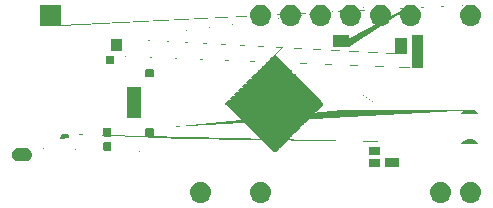
<source format=gts>
From e8ce69ccb5f72c80c06e9a2613a3428d060f9036 Mon Sep 17 00:00:00 2001
From: Jan--Henrik <janhenrik@janhenrik.org>
Date: Fri, 17 May 2019 23:49:41 +0200
Subject: v1.2

---
 gerber/OtterPill-F_Mask.gts | 2747 ++++++++++++++++++++++++++++---------------
 1 file changed, 1773 insertions(+), 974 deletions(-)

(limited to 'gerber/OtterPill-F_Mask.gts')

diff --git a/gerber/OtterPill-F_Mask.gts b/gerber/OtterPill-F_Mask.gts
index c77335e..680b111 100644
--- a/gerber/OtterPill-F_Mask.gts
+++ b/gerber/OtterPill-F_Mask.gts
@@ -1,12 +1,12 @@
-G04 #@! TF.GenerationSoftware,KiCad,Pcbnew,5.1.0*
-G04 #@! TF.CreationDate,2019-05-06T17:27:13+02:00*
+G04 #@! TF.GenerationSoftware,KiCad,Pcbnew,5.1.2*
+G04 #@! TF.CreationDate,2019-05-17T23:45:07+02:00*
 G04 #@! TF.ProjectId,OtterPill,4f747465-7250-4696-9c6c-2e6b69636164,rev?*
 G04 #@! TF.SameCoordinates,Original*
 G04 #@! TF.FileFunction,Soldermask,Top*
 G04 #@! TF.FilePolarity,Negative*
 %FSLAX46Y46*%
 G04 Gerber Fmt 4.6, Leading zero omitted, Abs format (unit mm)*
-G04 Created by KiCad (PCBNEW 5.1.0) date 2019-05-06 17:27:13*
+G04 Created by KiCad (PCBNEW 5.1.2) date 2019-05-17 23:45:07*
 %MOMM*%
 %LPD*%
 G04 APERTURE LIST*
@@ -40,55 +40,106 @@ X20300000Y-19800000D02*
 X62900000Y-19800000D01*
 D11*
 G36*
-X59370443Y-35205519D02*
+X36510443Y-35205519D02*
 G01*
-X59436627Y-35212037D01*
-X59606466Y-35263557D01*
-X59762991Y-35347222D01*
-X59798729Y-35376552D01*
-X59900186Y-35459814D01*
-X59983448Y-35561271D01*
-X60012778Y-35597009D01*
-X60096443Y-35753534D01*
-X60147963Y-35923373D01*
-X60165359Y-36100000D01*
-X60147963Y-36276627D01*
-X60096443Y-36446466D01*
-X60012778Y-36602991D01*
-X59983448Y-36638729D01*
-X59900186Y-36740186D01*
-X59798729Y-36823448D01*
-X59762991Y-36852778D01*
-X59606466Y-36936443D01*
-X59436627Y-36987963D01*
-X59370443Y-36994481D01*
-X59304260Y-37001000D01*
-X59215740Y-37001000D01*
-X59149557Y-36994481D01*
-X59083373Y-36987963D01*
-X58913534Y-36936443D01*
-X58757009Y-36852778D01*
-X58721271Y-36823448D01*
-X58619814Y-36740186D01*
-X58536552Y-36638729D01*
-X58507222Y-36602991D01*
-X58423557Y-36446466D01*
-X58372037Y-36276627D01*
-X58354641Y-36100000D01*
-X58372037Y-35923373D01*
-X58423557Y-35753534D01*
-X58507222Y-35597009D01*
-X58536552Y-35561271D01*
-X58619814Y-35459814D01*
-X58721271Y-35376552D01*
-X58757009Y-35347222D01*
-X58913534Y-35263557D01*
-X59083373Y-35212037D01*
-X59149557Y-35205519D01*
-X59215740Y-35199000D01*
-X59304260Y-35199000D01*
-X59370443Y-35205519D01*
-X59370443Y-35205519D01*
+X36576627Y-35212037D01*
+X36746466Y-35263557D01*
+X36902991Y-35347222D01*
+X36938729Y-35376552D01*
+X37040186Y-35459814D01*
+X37123448Y-35561271D01*
+X37152778Y-35597009D01*
+X37236443Y-35753534D01*
+X37287963Y-35923373D01*
+X37305359Y-36100000D01*
+X37287963Y-36276627D01*
+X37236443Y-36446466D01*
+X37152778Y-36602991D01*
+X37123448Y-36638729D01*
+X37040186Y-36740186D01*
+X36938729Y-36823448D01*
+X36902991Y-36852778D01*
+X36746466Y-36936443D01*
+X36576627Y-36987963D01*
+X36510443Y-36994481D01*
+X36444260Y-37001000D01*
+X36355740Y-37001000D01*
+X36289557Y-36994481D01*
+X36223373Y-36987963D01*
+X36053534Y-36936443D01*
+X35897009Y-36852778D01*
+X35861271Y-36823448D01*
+X35759814Y-36740186D01*
+X35676552Y-36638729D01*
+X35647222Y-36602991D01*
+X35563557Y-36446466D01*
+X35512037Y-36276627D01*
+X35494641Y-36100000D01*
+X35512037Y-35923373D01*
+X35563557Y-35753534D01*
+X35647222Y-35597009D01*
+X35676552Y-35561271D01*
+X35759814Y-35459814D01*
+X35861271Y-35376552D01*
+X35897009Y-35347222D01*
+X36053534Y-35263557D01*
+X36223373Y-35212037D01*
+X36289557Y-35205519D01*
+X36355740Y-35199000D01*
+X36444260Y-35199000D01*
+X36510443Y-35205519D01*
+X36510443Y-35205519D01*
+G37*
+G36*
+X41590443Y-35205519D02*
+G01*
+X41656627Y-35212037D01*
+X41826466Y-35263557D01*
+X41982991Y-35347222D01*
+X42018729Y-35376552D01*
+X42120186Y-35459814D01*
+X42203448Y-35561271D01*
+X42232778Y-35597009D01*
+X42316443Y-35753534D01*
+X42367963Y-35923373D01*
+X42385359Y-36100000D01*
+X42367963Y-36276627D01*
+X42316443Y-36446466D01*
+X42232778Y-36602991D01*
+X42203448Y-36638729D01*
+X42120186Y-36740186D01*
+X42018729Y-36823448D01*
+X41982991Y-36852778D01*
+X41826466Y-36936443D01*
+X41656627Y-36987963D01*
+X41590443Y-36994481D01*
+X41524260Y-37001000D01*
+X41435740Y-37001000D01*
+X41369557Y-36994481D01*
+X41303373Y-36987963D01*
+X41133534Y-36936443D01*
+X40977009Y-36852778D01*
+X40941271Y-36823448D01*
+X40839814Y-36740186D01*
+X40756552Y-36638729D01*
+X40727222Y-36602991D01*
+X40643557Y-36446466D01*
+X40592037Y-36276627D01*
+X40574641Y-36100000D01*
+X40592037Y-35923373D01*
+X40643557Y-35753534D01*
+X40727222Y-35597009D01*
+X40756552Y-35561271D01*
+X40839814Y-35459814D01*
+X40941271Y-35376552D01*
+X40977009Y-35347222D01*
+X41133534Y-35263557D01*
+X41303373Y-35212037D01*
+X41369557Y-35205519D01*
+X41435740Y-35199000D01*
+X41524260Y-35199000D01*
+X41590443Y-35205519D01*
+X41590443Y-35205519D01*
 G37*
 G36*
 X24601000Y-37001000D02*
@@ -304,57 +355,6 @@ X33970443Y-35205519D01*
 X33970443Y-35205519D01*
 G37*
 G36*
-X36510443Y-35205519D02*
-G01*
-X36576627Y-35212037D01*
-X36746466Y-35263557D01*
-X36902991Y-35347222D01*
-X36938729Y-35376552D01*
-X37040186Y-35459814D01*
-X37123448Y-35561271D01*
-X37152778Y-35597009D01*
-X37236443Y-35753534D01*
-X37287963Y-35923373D01*
-X37305359Y-36100000D01*
-X37287963Y-36276627D01*
-X37236443Y-36446466D01*
-X37152778Y-36602991D01*
-X37123448Y-36638729D01*
-X37040186Y-36740186D01*
-X36938729Y-36823448D01*
-X36902991Y-36852778D01*
-X36746466Y-36936443D01*
-X36576627Y-36987963D01*
-X36510443Y-36994481D01*
-X36444260Y-37001000D01*
-X36355740Y-37001000D01*
-X36289557Y-36994481D01*
-X36223373Y-36987963D01*
-X36053534Y-36936443D01*
-X35897009Y-36852778D01*
-X35861271Y-36823448D01*
-X35759814Y-36740186D01*
-X35676552Y-36638729D01*
-X35647222Y-36602991D01*
-X35563557Y-36446466D01*
-X35512037Y-36276627D01*
-X35494641Y-36100000D01*
-X35512037Y-35923373D01*
-X35563557Y-35753534D01*
-X35647222Y-35597009D01*
-X35676552Y-35561271D01*
-X35759814Y-35459814D01*
-X35861271Y-35376552D01*
-X35897009Y-35347222D01*
-X36053534Y-35263557D01*
-X36223373Y-35212037D01*
-X36289557Y-35205519D01*
-X36355740Y-35199000D01*
-X36444260Y-35199000D01*
-X36510443Y-35205519D01*
-X36510443Y-35205519D01*
-G37*
-G36*
 X39050443Y-35205519D02*
 G01*
 X39116627Y-35212037D01*
@@ -406,57 +406,6 @@ X39050443Y-35205519D01*
 X39050443Y-35205519D01*
 G37*
 G36*
-X56830443Y-35205519D02*
-G01*
-X56896627Y-35212037D01*
-X57066466Y-35263557D01*
-X57222991Y-35347222D01*
-X57258729Y-35376552D01*
-X57360186Y-35459814D01*
-X57443448Y-35561271D01*
-X57472778Y-35597009D01*
-X57556443Y-35753534D01*
-X57607963Y-35923373D01*
-X57625359Y-36100000D01*
-X57607963Y-36276627D01*
-X57556443Y-36446466D01*
-X57472778Y-36602991D01*
-X57443448Y-36638729D01*
-X57360186Y-36740186D01*
-X57258729Y-36823448D01*
-X57222991Y-36852778D01*
-X57066466Y-36936443D01*
-X56896627Y-36987963D01*
-X56830443Y-36994481D01*
-X56764260Y-37001000D01*
-X56675740Y-37001000D01*
-X56609557Y-36994481D01*
-X56543373Y-36987963D01*
-X56373534Y-36936443D01*
-X56217009Y-36852778D01*
-X56181271Y-36823448D01*
-X56079814Y-36740186D01*
-X55996552Y-36638729D01*
-X55967222Y-36602991D01*
-X55883557Y-36446466D01*
-X55832037Y-36276627D01*
-X55814641Y-36100000D01*
-X55832037Y-35923373D01*
-X55883557Y-35753534D01*
-X55967222Y-35597009D01*
-X55996552Y-35561271D01*
-X56079814Y-35459814D01*
-X56181271Y-35376552D01*
-X56217009Y-35347222D01*
-X56373534Y-35263557D01*
-X56543373Y-35212037D01*
-X56609557Y-35205519D01*
-X56675740Y-35199000D01*
-X56764260Y-35199000D01*
-X56830443Y-35205519D01*
-X56830443Y-35205519D01*
-G37*
-G36*
 X44130443Y-35205519D02*
 G01*
 X44196627Y-35212037D01*
@@ -712,55 +661,106 @@ X54290443Y-35205519D01*
 X54290443Y-35205519D01*
 G37*
 G36*
-X41590443Y-35205519D02*
+X56830443Y-35205519D02*
 G01*
-X41656627Y-35212037D01*
-X41826466Y-35263557D01*
-X41982991Y-35347222D01*
-X42018729Y-35376552D01*
-X42120186Y-35459814D01*
-X42203448Y-35561271D01*
-X42232778Y-35597009D01*
-X42316443Y-35753534D01*
-X42367963Y-35923373D01*
-X42385359Y-36100000D01*
-X42367963Y-36276627D01*
-X42316443Y-36446466D01*
-X42232778Y-36602991D01*
-X42203448Y-36638729D01*
-X42120186Y-36740186D01*
-X42018729Y-36823448D01*
-X41982991Y-36852778D01*
-X41826466Y-36936443D01*
-X41656627Y-36987963D01*
-X41590443Y-36994481D01*
-X41524260Y-37001000D01*
-X41435740Y-37001000D01*
-X41369557Y-36994481D01*
-X41303373Y-36987963D01*
-X41133534Y-36936443D01*
-X40977009Y-36852778D01*
-X40941271Y-36823448D01*
-X40839814Y-36740186D01*
-X40756552Y-36638729D01*
-X40727222Y-36602991D01*
-X40643557Y-36446466D01*
-X40592037Y-36276627D01*
-X40574641Y-36100000D01*
-X40592037Y-35923373D01*
-X40643557Y-35753534D01*
-X40727222Y-35597009D01*
-X40756552Y-35561271D01*
-X40839814Y-35459814D01*
-X40941271Y-35376552D01*
-X40977009Y-35347222D01*
-X41133534Y-35263557D01*
-X41303373Y-35212037D01*
-X41369557Y-35205519D01*
-X41435740Y-35199000D01*
-X41524260Y-35199000D01*
-X41590443Y-35205519D01*
-X41590443Y-35205519D01*
+X56896627Y-35212037D01*
+X57066466Y-35263557D01*
+X57222991Y-35347222D01*
+X57258729Y-35376552D01*
+X57360186Y-35459814D01*
+X57443448Y-35561271D01*
+X57472778Y-35597009D01*
+X57556443Y-35753534D01*
+X57607963Y-35923373D01*
+X57625359Y-36100000D01*
+X57607963Y-36276627D01*
+X57556443Y-36446466D01*
+X57472778Y-36602991D01*
+X57443448Y-36638729D01*
+X57360186Y-36740186D01*
+X57258729Y-36823448D01*
+X57222991Y-36852778D01*
+X57066466Y-36936443D01*
+X56896627Y-36987963D01*
+X56830443Y-36994481D01*
+X56764260Y-37001000D01*
+X56675740Y-37001000D01*
+X56609557Y-36994481D01*
+X56543373Y-36987963D01*
+X56373534Y-36936443D01*
+X56217009Y-36852778D01*
+X56181271Y-36823448D01*
+X56079814Y-36740186D01*
+X55996552Y-36638729D01*
+X55967222Y-36602991D01*
+X55883557Y-36446466D01*
+X55832037Y-36276627D01*
+X55814641Y-36100000D01*
+X55832037Y-35923373D01*
+X55883557Y-35753534D01*
+X55967222Y-35597009D01*
+X55996552Y-35561271D01*
+X56079814Y-35459814D01*
+X56181271Y-35376552D01*
+X56217009Y-35347222D01*
+X56373534Y-35263557D01*
+X56543373Y-35212037D01*
+X56609557Y-35205519D01*
+X56675740Y-35199000D01*
+X56764260Y-35199000D01*
+X56830443Y-35205519D01*
+X56830443Y-35205519D01*
+G37*
+G36*
+X59370443Y-35205519D02*
+G01*
+X59436627Y-35212037D01*
+X59606466Y-35263557D01*
+X59762991Y-35347222D01*
+X59798729Y-35376552D01*
+X59900186Y-35459814D01*
+X59983448Y-35561271D01*
+X60012778Y-35597009D01*
+X60096443Y-35753534D01*
+X60147963Y-35923373D01*
+X60165359Y-36100000D01*
+X60147963Y-36276627D01*
+X60096443Y-36446466D01*
+X60012778Y-36602991D01*
+X59983448Y-36638729D01*
+X59900186Y-36740186D01*
+X59798729Y-36823448D01*
+X59762991Y-36852778D01*
+X59606466Y-36936443D01*
+X59436627Y-36987963D01*
+X59370443Y-36994481D01*
+X59304260Y-37001000D01*
+X59215740Y-37001000D01*
+X59149557Y-36994481D01*
+X59083373Y-36987963D01*
+X58913534Y-36936443D01*
+X58757009Y-36852778D01*
+X58721271Y-36823448D01*
+X58619814Y-36740186D01*
+X58536552Y-36638729D01*
+X58507222Y-36602991D01*
+X58423557Y-36446466D01*
+X58372037Y-36276627D01*
+X58354641Y-36100000D01*
+X58372037Y-35923373D01*
+X58423557Y-35753534D01*
+X58507222Y-35597009D01*
+X58536552Y-35561271D01*
+X58619814Y-35459814D01*
+X58721271Y-35376552D01*
+X58757009Y-35347222D01*
+X58913534Y-35263557D01*
+X59083373Y-35212037D01*
+X59149557Y-35205519D01*
+X59215740Y-35199000D01*
+X59304260Y-35199000D01*
+X59370443Y-35205519D01*
+X59370443Y-35205519D01*
 G37*
 G36*
 X41725010Y-33727385D02*
@@ -886,15 +886,6 @@ X28054591Y-33078085D01*
 X28054591Y-33078085D01*
 G37*
 G36*
-X53201000Y-33963000D02*
-G01*
-X52049000Y-33963000D01*
-X52049000Y-33211000D01*
-X53201000Y-33211000D01*
-X53201000Y-33963000D01*
-X53201000Y-33963000D01*
-G37*
-G36*
 X57351000Y-33963000D02*
 G01*
 X56199000Y-33963000D01*
@@ -904,6 +895,15 @@ X57351000Y-33963000D01*
 X57351000Y-33963000D01*
 G37*
 G36*
+X53201000Y-33963000D02*
+G01*
+X52049000Y-33963000D01*
+X52049000Y-33211000D01*
+X53201000Y-33211000D01*
+X53201000Y-33963000D01*
+X53201000Y-33963000D01*
+G37*
+G36*
 X41039116Y-33041491D02*
 G01*
 X41059735Y-33047746D01*
@@ -945,45 +945,92 @@ X41039116Y-33041491D01*
 X41039116Y-33041491D01*
 G37*
 G36*
-X51527938Y-33241716D02*
+X51281938Y-33241716D02*
+G01*
+X51302557Y-33247971D01*
+X51321553Y-33258124D01*
+X51338208Y-33271792D01*
+X51351876Y-33288447D01*
+X51362029Y-33307443D01*
+X51368284Y-33328062D01*
+X51371000Y-33355640D01*
+X51371000Y-33814360D01*
+X51368284Y-33841938D01*
+X51362029Y-33862557D01*
+X51351876Y-33881553D01*
+X51338208Y-33898208D01*
+X51321553Y-33911876D01*
+X51302557Y-33922029D01*
+X51281938Y-33928284D01*
+X51254360Y-33931000D01*
+X50745640Y-33931000D01*
+X50718062Y-33928284D01*
+X50697443Y-33922029D01*
+X50678447Y-33911876D01*
+X50661792Y-33898208D01*
+X50648124Y-33881553D01*
+X50637971Y-33862557D01*
+X50631716Y-33841938D01*
+X50629000Y-33814360D01*
+X50629000Y-33355640D01*
+X50631716Y-33328062D01*
+X50637971Y-33307443D01*
+X50648124Y-33288447D01*
+X50661792Y-33271792D01*
+X50678447Y-33258124D01*
+X50697443Y-33247971D01*
+X50718062Y-33241716D01*
+X50745640Y-33239000D01*
+X51254360Y-33239000D01*
+X51281938Y-33241716D01*
+X51281938Y-33241716D01*
+G37*
+G36*
+X21683014Y-32346973D02*
 G01*
-X51548557Y-33247971D01*
-X51567553Y-33258124D01*
-X51584208Y-33271792D01*
-X51597876Y-33288447D01*
-X51608029Y-33307443D01*
-X51614284Y-33328062D01*
-X51617000Y-33355640D01*
-X51617000Y-33814360D01*
-X51614284Y-33841938D01*
-X51608029Y-33862557D01*
-X51597876Y-33881553D01*
-X51584208Y-33898208D01*
-X51567553Y-33911876D01*
-X51548557Y-33922029D01*
-X51527938Y-33928284D01*
-X51500360Y-33931000D01*
-X50991640Y-33931000D01*
-X50964062Y-33928284D01*
-X50943443Y-33922029D01*
-X50924447Y-33911876D01*
-X50907792Y-33898208D01*
-X50894124Y-33881553D01*
-X50883971Y-33862557D01*
-X50877716Y-33841938D01*
-X50875000Y-33814360D01*
-X50875000Y-33355640D01*
-X50877716Y-33328062D01*
-X50883971Y-33307443D01*
-X50894124Y-33288447D01*
-X50907792Y-33271792D01*
-X50924447Y-33258124D01*
-X50943443Y-33247971D01*
-X50964062Y-33241716D01*
-X50991640Y-33239000D01*
-X51500360Y-33239000D01*
-X51527938Y-33241716D01*
-X51527938Y-33241716D01*
+X21786878Y-32378479D01*
+X21800275Y-32385640D01*
+X21882599Y-32429643D01*
+X21966500Y-32498499D01*
+X22035356Y-32582400D01*
+X22069685Y-32646625D01*
+X22086520Y-32678121D01*
+X22118026Y-32781985D01*
+X22128665Y-32890000D01*
+X22118026Y-32998015D01*
+X22086520Y-33101879D01*
+X22079103Y-33115755D01*
+X22035356Y-33197600D01*
+X21966500Y-33281501D01*
+X21882599Y-33350357D01*
+X21843978Y-33371000D01*
+X21786878Y-33401521D01*
+X21683014Y-33433027D01*
+X21602066Y-33441000D01*
+X20947932Y-33441000D01*
+X20866984Y-33433027D01*
+X20763120Y-33401521D01*
+X20706020Y-33371000D01*
+X20667399Y-33350357D01*
+X20583498Y-33281501D01*
+X20514642Y-33197600D01*
+X20470895Y-33115755D01*
+X20463478Y-33101879D01*
+X20431972Y-32998015D01*
+X20421333Y-32890000D01*
+X20431972Y-32781985D01*
+X20463478Y-32678121D01*
+X20480313Y-32646625D01*
+X20514642Y-32582400D01*
+X20583498Y-32498499D01*
+X20667399Y-32429643D01*
+X20749723Y-32385640D01*
+X20763120Y-32378479D01*
+X20866984Y-32346973D01*
+X20947932Y-32339000D01*
+X21602066Y-32339000D01*
+X21683014Y-32346973D01*
+X21683014Y-32346973D01*
 G37*
 G36*
 X26113014Y-23706973D02*
@@ -1123,53 +1170,6 @@ X26113014Y-23706973D01*
 X26113014Y-23706973D01*
 G37*
 G36*
-X21683014Y-32346973D02*
-G01*
-X21786878Y-32378479D01*
-X21800275Y-32385640D01*
-X21882599Y-32429643D01*
-X21966500Y-32498499D01*
-X22035356Y-32582400D01*
-X22069685Y-32646625D01*
-X22086520Y-32678121D01*
-X22118026Y-32781985D01*
-X22128665Y-32890000D01*
-X22118026Y-32998015D01*
-X22086520Y-33101879D01*
-X22079103Y-33115755D01*
-X22035356Y-33197600D01*
-X21966500Y-33281501D01*
-X21882599Y-33350357D01*
-X21843978Y-33371000D01*
-X21786878Y-33401521D01*
-X21683014Y-33433027D01*
-X21602066Y-33441000D01*
-X20947932Y-33441000D01*
-X20866984Y-33433027D01*
-X20763120Y-33401521D01*
-X20706020Y-33371000D01*
-X20667399Y-33350357D01*
-X20583498Y-33281501D01*
-X20514642Y-33197600D01*
-X20470895Y-33115755D01*
-X20463478Y-33101879D01*
-X20431972Y-32998015D01*
-X20421333Y-32890000D01*
-X20431972Y-32781985D01*
-X20463478Y-32678121D01*
-X20480313Y-32646625D01*
-X20514642Y-32582400D01*
-X20583498Y-32498499D01*
-X20667399Y-32429643D01*
-X20749723Y-32385640D01*
-X20763120Y-32378479D01*
-X20866984Y-32346973D01*
-X20947932Y-32339000D01*
-X21602066Y-32339000D01*
-X21683014Y-32346973D01*
-X21683014Y-32346973D01*
-G37*
-G36*
 X43411962Y-23756499D02*
 G01*
 X43416636Y-23757917D01*
@@ -1771,6 +1771,748 @@ X38489169Y-28659395D01*
 X38500720Y-28637784D01*
 X38507833Y-28614335D01*
 X38510235Y-28589949D01*
+X38581261Y-28589949D01*
+X38583663Y-28614335D01*
+X38590776Y-28637784D01*
+X38602327Y-28659395D01*
+X38617872Y-28678337D01*
+X38772279Y-28832744D01*
+X38779287Y-28841283D01*
+X38781586Y-28845585D01*
+X38783004Y-28850259D01*
+X38783812Y-28858461D01*
+X38788593Y-28882495D01*
+X38797971Y-28905133D01*
+X38811586Y-28925507D01*
+X38828913Y-28942834D01*
+X38849288Y-28956447D01*
+X38871927Y-28965824D01*
+X38895954Y-28970603D01*
+X38904156Y-28971411D01*
+X38908830Y-28972829D01*
+X38913132Y-28975128D01*
+X38921671Y-28982136D01*
+X39125832Y-29186297D01*
+X39132840Y-29194836D01*
+X39135139Y-29199138D01*
+X39136557Y-29203812D01*
+X39137365Y-29212015D01*
+X39142146Y-29236048D01*
+X39151524Y-29258687D01*
+X39165138Y-29279061D01*
+X39182466Y-29296387D01*
+X39202840Y-29310001D01*
+X39225479Y-29319377D01*
+X39249507Y-29324157D01*
+X39257710Y-29324965D01*
+X39262384Y-29326383D01*
+X39266686Y-29328682D01*
+X39275225Y-29335690D01*
+X39479386Y-29539851D01*
+X39486394Y-29548390D01*
+X39488693Y-29552692D01*
+X39490111Y-29557366D01*
+X39490919Y-29565568D01*
+X39495700Y-29589602D01*
+X39505078Y-29612240D01*
+X39518693Y-29632614D01*
+X39536020Y-29649941D01*
+X39556395Y-29663554D01*
+X39579034Y-29672931D01*
+X39603061Y-29677710D01*
+X39611263Y-29678518D01*
+X39615937Y-29679936D01*
+X39620239Y-29682235D01*
+X39628778Y-29689243D01*
+X39832939Y-29893404D01*
+X39839947Y-29901943D01*
+X39842246Y-29906245D01*
+X39843664Y-29910919D01*
+X39844472Y-29919121D01*
+X39849253Y-29943155D01*
+X39858631Y-29965793D01*
+X39872246Y-29986167D01*
+X39889573Y-30003494D01*
+X39909948Y-30017107D01*
+X39932587Y-30026484D01*
+X39956614Y-30031263D01*
+X39964816Y-30032071D01*
+X39969490Y-30033489D01*
+X39973792Y-30035788D01*
+X39982331Y-30042796D01*
+X40186492Y-30246957D01*
+X40193500Y-30255496D01*
+X40195799Y-30259798D01*
+X40197217Y-30264472D01*
+X40198025Y-30272675D01*
+X40202806Y-30296708D01*
+X40212184Y-30319347D01*
+X40225798Y-30339721D01*
+X40243126Y-30357047D01*
+X40263500Y-30370661D01*
+X40286139Y-30380037D01*
+X40310167Y-30384817D01*
+X40318370Y-30385625D01*
+X40323044Y-30387043D01*
+X40327346Y-30389342D01*
+X40335885Y-30396350D01*
+X40540046Y-30600511D01*
+X40547054Y-30609050D01*
+X40549353Y-30613352D01*
+X40550771Y-30618026D01*
+X40551579Y-30626228D01*
+X40556360Y-30650262D01*
+X40565738Y-30672900D01*
+X40579353Y-30693274D01*
+X40596680Y-30710601D01*
+X40617055Y-30724214D01*
+X40639694Y-30733591D01*
+X40663721Y-30738370D01*
+X40671923Y-30739178D01*
+X40676597Y-30740596D01*
+X40680899Y-30742895D01*
+X40689438Y-30749903D01*
+X40893599Y-30954064D01*
+X40900607Y-30962603D01*
+X40902906Y-30966905D01*
+X40904324Y-30971579D01*
+X40905132Y-30979782D01*
+X40909913Y-31003815D01*
+X40919291Y-31026454D01*
+X40932905Y-31046828D01*
+X40950233Y-31064154D01*
+X40970607Y-31077768D01*
+X40993246Y-31087144D01*
+X41017274Y-31091924D01*
+X41025477Y-31092732D01*
+X41030151Y-31094150D01*
+X41034453Y-31096449D01*
+X41042992Y-31103457D01*
+X41247153Y-31307618D01*
+X41254161Y-31316157D01*
+X41256460Y-31320459D01*
+X41257878Y-31325133D01*
+X41258686Y-31333335D01*
+X41263467Y-31357369D01*
+X41272845Y-31380007D01*
+X41286460Y-31400381D01*
+X41303787Y-31417708D01*
+X41324162Y-31431321D01*
+X41346801Y-31440698D01*
+X41370828Y-31445477D01*
+X41379030Y-31446285D01*
+X41383704Y-31447703D01*
+X41388006Y-31450002D01*
+X41396545Y-31457010D01*
+X41600706Y-31661171D01*
+X41607714Y-31669710D01*
+X41610013Y-31674012D01*
+X41611431Y-31678686D01*
+X41612239Y-31686888D01*
+X41617020Y-31710922D01*
+X41626398Y-31733560D01*
+X41640013Y-31753934D01*
+X41657340Y-31771261D01*
+X41677715Y-31784874D01*
+X41700354Y-31794251D01*
+X41724381Y-31799030D01*
+X41732583Y-31799838D01*
+X41737257Y-31801256D01*
+X41741559Y-31803555D01*
+X41750098Y-31810563D01*
+X41954259Y-32014724D01*
+X41961267Y-32023263D01*
+X41963566Y-32027565D01*
+X41964984Y-32032239D01*
+X41965792Y-32040442D01*
+X41970573Y-32064475D01*
+X41979951Y-32087114D01*
+X41993565Y-32107488D01*
+X42010893Y-32124814D01*
+X42031267Y-32138428D01*
+X42053906Y-32147804D01*
+X42077934Y-32152584D01*
+X42086137Y-32153392D01*
+X42090811Y-32154810D01*
+X42095113Y-32157109D01*
+X42103652Y-32164117D01*
+X42307813Y-32368278D01*
+X42314821Y-32376817D01*
+X42317120Y-32381119D01*
+X42318538Y-32385793D01*
+X42319346Y-32393995D01*
+X42324127Y-32418029D01*
+X42333505Y-32440667D01*
+X42347120Y-32461041D01*
+X42364447Y-32478368D01*
+X42384822Y-32491981D01*
+X42407461Y-32501358D01*
+X42431488Y-32506137D01*
+X42439690Y-32506945D01*
+X42444364Y-32508363D01*
+X42448666Y-32510662D01*
+X42457205Y-32517670D01*
+X42611612Y-32672077D01*
+X42630554Y-32687622D01*
+X42652165Y-32699173D01*
+X42675614Y-32706286D01*
+X42700000Y-32708688D01*
+X42724386Y-32706286D01*
+X42747835Y-32699173D01*
+X42769446Y-32687622D01*
+X42788388Y-32672077D01*
+X42942795Y-32517670D01*
+X42951334Y-32510662D01*
+X42955636Y-32508363D01*
+X42960310Y-32506945D01*
+X42968512Y-32506137D01*
+X42992546Y-32501356D01*
+X43015184Y-32491978D01*
+X43035558Y-32478363D01*
+X43052885Y-32461036D01*
+X43066498Y-32440661D01*
+X43075875Y-32418022D01*
+X43080654Y-32393995D01*
+X43081462Y-32385793D01*
+X43082880Y-32381119D01*
+X43085179Y-32376817D01*
+X43092187Y-32368278D01*
+X43296348Y-32164117D01*
+X43304887Y-32157109D01*
+X43309189Y-32154810D01*
+X43313863Y-32153392D01*
+X43322066Y-32152584D01*
+X43346099Y-32147803D01*
+X43368738Y-32138425D01*
+X43389112Y-32124811D01*
+X43406438Y-32107483D01*
+X43420052Y-32087109D01*
+X43429428Y-32064470D01*
+X43434208Y-32040442D01*
+X43435016Y-32032239D01*
+X43436434Y-32027565D01*
+X43438733Y-32023263D01*
+X43445741Y-32014724D01*
+X43649902Y-31810563D01*
+X43658441Y-31803555D01*
+X43662743Y-31801256D01*
+X43667417Y-31799838D01*
+X43675619Y-31799030D01*
+X43699653Y-31794249D01*
+X43722291Y-31784871D01*
+X43742665Y-31771256D01*
+X43759992Y-31753929D01*
+X43773605Y-31733554D01*
+X43782982Y-31710915D01*
+X43787761Y-31686888D01*
+X43788569Y-31678686D01*
+X43789987Y-31674012D01*
+X43792286Y-31669710D01*
+X43799294Y-31661171D01*
+X44003455Y-31457010D01*
+X44011994Y-31450002D01*
+X44016296Y-31447703D01*
+X44020970Y-31446285D01*
+X44029172Y-31445477D01*
+X44053206Y-31440696D01*
+X44075844Y-31431318D01*
+X44096218Y-31417703D01*
+X44113545Y-31400376D01*
+X44127158Y-31380001D01*
+X44136535Y-31357362D01*
+X44141314Y-31333335D01*
+X44142122Y-31325133D01*
+X44143540Y-31320459D01*
+X44145839Y-31316157D01*
+X44152847Y-31307618D01*
+X44357008Y-31103457D01*
+X44365547Y-31096449D01*
+X44369849Y-31094150D01*
+X44374523Y-31092732D01*
+X44382726Y-31091924D01*
+X44406759Y-31087143D01*
+X44429398Y-31077765D01*
+X44449772Y-31064151D01*
+X44467098Y-31046823D01*
+X44480712Y-31026449D01*
+X44490088Y-31003810D01*
+X44494868Y-30979782D01*
+X44495676Y-30971579D01*
+X44497094Y-30966905D01*
+X44499393Y-30962603D01*
+X44506401Y-30954064D01*
+X44710562Y-30749903D01*
+X44719101Y-30742895D01*
+X44723403Y-30740596D01*
+X44728077Y-30739178D01*
+X44736279Y-30738370D01*
+X44760313Y-30733589D01*
+X44782951Y-30724211D01*
+X44803325Y-30710596D01*
+X44820652Y-30693269D01*
+X44834265Y-30672894D01*
+X44843642Y-30650255D01*
+X44848421Y-30626228D01*
+X44849229Y-30618026D01*
+X44850647Y-30613352D01*
+X44852946Y-30609050D01*
+X44859954Y-30600511D01*
+X45064115Y-30396350D01*
+X45072654Y-30389342D01*
+X45076956Y-30387043D01*
+X45081630Y-30385625D01*
+X45089833Y-30384817D01*
+X45113866Y-30380036D01*
+X45136505Y-30370658D01*
+X45156879Y-30357044D01*
+X45174205Y-30339716D01*
+X45187819Y-30319342D01*
+X45197195Y-30296703D01*
+X45201975Y-30272675D01*
+X45202783Y-30264472D01*
+X45204201Y-30259798D01*
+X45206500Y-30255496D01*
+X45213508Y-30246957D01*
+X45417669Y-30042796D01*
+X45426208Y-30035788D01*
+X45430510Y-30033489D01*
+X45435184Y-30032071D01*
+X45443386Y-30031263D01*
+X45467420Y-30026482D01*
+X45490058Y-30017104D01*
+X45510432Y-30003489D01*
+X45527759Y-29986162D01*
+X45541372Y-29965787D01*
+X45550749Y-29943148D01*
+X45555528Y-29919121D01*
+X45556336Y-29910919D01*
+X45557754Y-29906245D01*
+X45560053Y-29901943D01*
+X45567061Y-29893404D01*
+X45771222Y-29689243D01*
+X45779761Y-29682235D01*
+X45784063Y-29679936D01*
+X45788737Y-29678518D01*
+X45796939Y-29677710D01*
+X45820973Y-29672929D01*
+X45843611Y-29663551D01*
+X45863985Y-29649936D01*
+X45881312Y-29632609D01*
+X45894925Y-29612234D01*
+X45904302Y-29589595D01*
+X45909081Y-29565568D01*
+X45909889Y-29557366D01*
+X45911307Y-29552692D01*
+X45913606Y-29548390D01*
+X45920614Y-29539851D01*
+X46124775Y-29335690D01*
+X46133314Y-29328682D01*
+X46137616Y-29326383D01*
+X46142290Y-29324965D01*
+X46150493Y-29324157D01*
+X46174526Y-29319376D01*
+X46197165Y-29309998D01*
+X46217539Y-29296384D01*
+X46234865Y-29279056D01*
+X46248479Y-29258682D01*
+X46257855Y-29236043D01*
+X46262635Y-29212015D01*
+X46263443Y-29203812D01*
+X46264861Y-29199138D01*
+X46267160Y-29194836D01*
+X46274168Y-29186297D01*
+X46478329Y-28982136D01*
+X46486868Y-28975128D01*
+X46491170Y-28972829D01*
+X46495844Y-28971411D01*
+X46504046Y-28970603D01*
+X46528080Y-28965822D01*
+X46550718Y-28956444D01*
+X46571092Y-28942829D01*
+X46588419Y-28925502D01*
+X46602032Y-28905127D01*
+X46611409Y-28882488D01*
+X46616188Y-28858461D01*
+X46616996Y-28850259D01*
+X46618414Y-28845585D01*
+X46620713Y-28841283D01*
+X46627721Y-28832744D01*
+X46782128Y-28678337D01*
+X46797673Y-28659395D01*
+X46809224Y-28637784D01*
+X46816337Y-28614335D01*
+X46818739Y-28589949D01*
+X46816337Y-28565563D01*
+X46809224Y-28542114D01*
+X46797673Y-28520503D01*
+X46782128Y-28501561D01*
+X46627721Y-28347154D01*
+X46620713Y-28338615D01*
+X46618414Y-28334313D01*
+X46616996Y-28329639D01*
+X46616188Y-28321437D01*
+X46611407Y-28297403D01*
+X46602029Y-28274765D01*
+X46588414Y-28254391D01*
+X46571087Y-28237064D01*
+X46550712Y-28223451D01*
+X46528073Y-28214074D01*
+X46504046Y-28209295D01*
+X46495844Y-28208487D01*
+X46491170Y-28207069D01*
+X46486868Y-28204770D01*
+X46478329Y-28197762D01*
+X46274168Y-27993601D01*
+X46267160Y-27985062D01*
+X46264861Y-27980760D01*
+X46263443Y-27976086D01*
+X46262635Y-27967883D01*
+X46257854Y-27943850D01*
+X46248476Y-27921211D01*
+X46234862Y-27900837D01*
+X46217534Y-27883511D01*
+X46197160Y-27869897D01*
+X46174521Y-27860521D01*
+X46150493Y-27855741D01*
+X46142290Y-27854933D01*
+X46137616Y-27853515D01*
+X46133314Y-27851216D01*
+X46124775Y-27844208D01*
+X45920614Y-27640047D01*
+X45913606Y-27631508D01*
+X45911307Y-27627206D01*
+X45909889Y-27622532D01*
+X45909081Y-27614330D01*
+X45904300Y-27590296D01*
+X45894922Y-27567658D01*
+X45881307Y-27547284D01*
+X45863980Y-27529957D01*
+X45843605Y-27516344D01*
+X45820966Y-27506967D01*
+X45796939Y-27502188D01*
+X45788737Y-27501380D01*
+X45784063Y-27499962D01*
+X45779761Y-27497663D01*
+X45771222Y-27490655D01*
+X45567061Y-27286494D01*
+X45560053Y-27277955D01*
+X45557754Y-27273653D01*
+X45556336Y-27268979D01*
+X45555528Y-27260777D01*
+X45550747Y-27236743D01*
+X45541369Y-27214105D01*
+X45527754Y-27193731D01*
+X45510427Y-27176404D01*
+X45490052Y-27162791D01*
+X45467413Y-27153414D01*
+X45443386Y-27148635D01*
+X45435184Y-27147827D01*
+X45430510Y-27146409D01*
+X45426208Y-27144110D01*
+X45417669Y-27137102D01*
+X45213508Y-26932941D01*
+X45206500Y-26924402D01*
+X45204201Y-26920100D01*
+X45202783Y-26915426D01*
+X45201975Y-26907223D01*
+X45197194Y-26883190D01*
+X45187816Y-26860551D01*
+X45174202Y-26840177D01*
+X45156874Y-26822851D01*
+X45136500Y-26809237D01*
+X45113861Y-26799861D01*
+X45089833Y-26795081D01*
+X45081630Y-26794273D01*
+X45076956Y-26792855D01*
+X45072654Y-26790556D01*
+X45064115Y-26783548D01*
+X44859954Y-26579387D01*
+X44852946Y-26570848D01*
+X44850647Y-26566546D01*
+X44849229Y-26561872D01*
+X44848421Y-26553670D01*
+X44843640Y-26529636D01*
+X44834262Y-26506998D01*
+X44820647Y-26486624D01*
+X44803320Y-26469297D01*
+X44782945Y-26455684D01*
+X44760306Y-26446307D01*
+X44736279Y-26441528D01*
+X44728077Y-26440720D01*
+X44723403Y-26439302D01*
+X44719101Y-26437003D01*
+X44710562Y-26429995D01*
+X44506401Y-26225834D01*
+X44499393Y-26217295D01*
+X44497094Y-26212993D01*
+X44495676Y-26208319D01*
+X44494868Y-26200116D01*
+X44490087Y-26176083D01*
+X44480709Y-26153444D01*
+X44467095Y-26133070D01*
+X44449767Y-26115744D01*
+X44429393Y-26102130D01*
+X44406754Y-26092754D01*
+X44382726Y-26087974D01*
+X44374523Y-26087166D01*
+X44369849Y-26085748D01*
+X44365547Y-26083449D01*
+X44357008Y-26076441D01*
+X44152847Y-25872280D01*
+X44145839Y-25863741D01*
+X44143540Y-25859439D01*
+X44142122Y-25854765D01*
+X44141314Y-25846563D01*
+X44136533Y-25822529D01*
+X44127155Y-25799891D01*
+X44113540Y-25779517D01*
+X44096213Y-25762190D01*
+X44075838Y-25748577D01*
+X44053199Y-25739200D01*
+X44029172Y-25734421D01*
+X44020970Y-25733613D01*
+X44016296Y-25732195D01*
+X44011994Y-25729896D01*
+X44003455Y-25722888D01*
+X43799294Y-25518727D01*
+X43792286Y-25510188D01*
+X43789987Y-25505886D01*
+X43788569Y-25501212D01*
+X43787761Y-25493010D01*
+X43782980Y-25468976D01*
+X43773602Y-25446338D01*
+X43759987Y-25425964D01*
+X43742660Y-25408637D01*
+X43722285Y-25395024D01*
+X43699646Y-25385647D01*
+X43675619Y-25380868D01*
+X43667417Y-25380060D01*
+X43662743Y-25378642D01*
+X43658441Y-25376343D01*
+X43649902Y-25369335D01*
+X43445741Y-25165174D01*
+X43438733Y-25156635D01*
+X43436434Y-25152333D01*
+X43435016Y-25147659D01*
+X43434208Y-25139456D01*
+X43429427Y-25115423D01*
+X43420049Y-25092784D01*
+X43406435Y-25072410D01*
+X43389107Y-25055084D01*
+X43368733Y-25041470D01*
+X43346094Y-25032094D01*
+X43322066Y-25027314D01*
+X43313863Y-25026506D01*
+X43309189Y-25025088D01*
+X43304887Y-25022789D01*
+X43296348Y-25015781D01*
+X43092187Y-24811620D01*
+X43085179Y-24803081D01*
+X43082880Y-24798779D01*
+X43081462Y-24794105D01*
+X43080654Y-24785903D01*
+X43075873Y-24761869D01*
+X43066495Y-24739231D01*
+X43052880Y-24718857D01*
+X43035553Y-24701530D01*
+X43015178Y-24687917D01*
+X42992539Y-24678540D01*
+X42968512Y-24673761D01*
+X42960310Y-24672953D01*
+X42955636Y-24671535D01*
+X42951334Y-24669236D01*
+X42942795Y-24662228D01*
+X42788388Y-24507821D01*
+X42769446Y-24492276D01*
+X42747835Y-24480725D01*
+X42724386Y-24473612D01*
+X42700000Y-24471210D01*
+X42675614Y-24473612D01*
+X42652165Y-24480725D01*
+X42630554Y-24492276D01*
+X42611612Y-24507821D01*
+X42457205Y-24662228D01*
+X42448666Y-24669236D01*
+X42444364Y-24671535D01*
+X42439690Y-24672953D01*
+X42431488Y-24673761D01*
+X42407454Y-24678542D01*
+X42384816Y-24687920D01*
+X42364442Y-24701535D01*
+X42347115Y-24718862D01*
+X42333502Y-24739237D01*
+X42324125Y-24761876D01*
+X42319346Y-24785903D01*
+X42318538Y-24794105D01*
+X42317120Y-24798779D01*
+X42314821Y-24803081D01*
+X42307813Y-24811620D01*
+X42103652Y-25015781D01*
+X42095113Y-25022789D01*
+X42090811Y-25025088D01*
+X42086137Y-25026506D01*
+X42077934Y-25027314D01*
+X42053901Y-25032095D01*
+X42031262Y-25041473D01*
+X42010888Y-25055087D01*
+X41993562Y-25072415D01*
+X41979948Y-25092789D01*
+X41970572Y-25115428D01*
+X41965792Y-25139456D01*
+X41964984Y-25147659D01*
+X41963566Y-25152333D01*
+X41961267Y-25156635D01*
+X41954259Y-25165174D01*
+X41750098Y-25369335D01*
+X41741559Y-25376343D01*
+X41737257Y-25378642D01*
+X41732583Y-25380060D01*
+X41724381Y-25380868D01*
+X41700347Y-25385649D01*
+X41677709Y-25395027D01*
+X41657335Y-25408642D01*
+X41640008Y-25425969D01*
+X41626395Y-25446344D01*
+X41617018Y-25468983D01*
+X41612239Y-25493010D01*
+X41611431Y-25501212D01*
+X41610013Y-25505886D01*
+X41607714Y-25510188D01*
+X41600706Y-25518727D01*
+X41396545Y-25722888D01*
+X41388006Y-25729896D01*
+X41383704Y-25732195D01*
+X41379030Y-25733613D01*
+X41370828Y-25734421D01*
+X41346794Y-25739202D01*
+X41324156Y-25748580D01*
+X41303782Y-25762195D01*
+X41286455Y-25779522D01*
+X41272842Y-25799897D01*
+X41263465Y-25822536D01*
+X41258686Y-25846563D01*
+X41257878Y-25854765D01*
+X41256460Y-25859439D01*
+X41254161Y-25863741D01*
+X41247153Y-25872280D01*
+X41042992Y-26076441D01*
+X41034453Y-26083449D01*
+X41030151Y-26085748D01*
+X41025477Y-26087166D01*
+X41017274Y-26087974D01*
+X40993241Y-26092755D01*
+X40970602Y-26102133D01*
+X40950228Y-26115747D01*
+X40932902Y-26133075D01*
+X40919288Y-26153449D01*
+X40909912Y-26176088D01*
+X40905132Y-26200116D01*
+X40904324Y-26208319D01*
+X40902906Y-26212993D01*
+X40900607Y-26217295D01*
+X40893599Y-26225834D01*
+X40689438Y-26429995D01*
+X40680899Y-26437003D01*
+X40676597Y-26439302D01*
+X40671923Y-26440720D01*
+X40663721Y-26441528D01*
+X40639687Y-26446309D01*
+X40617049Y-26455687D01*
+X40596675Y-26469302D01*
+X40579348Y-26486629D01*
+X40565735Y-26507004D01*
+X40556358Y-26529643D01*
+X40551579Y-26553670D01*
+X40550771Y-26561872D01*
+X40549353Y-26566546D01*
+X40547054Y-26570848D01*
+X40540046Y-26579387D01*
+X40335885Y-26783548D01*
+X40327346Y-26790556D01*
+X40323044Y-26792855D01*
+X40318370Y-26794273D01*
+X40310167Y-26795081D01*
+X40286134Y-26799862D01*
+X40263495Y-26809240D01*
+X40243121Y-26822854D01*
+X40225795Y-26840182D01*
+X40212181Y-26860556D01*
+X40202805Y-26883195D01*
+X40198025Y-26907223D01*
+X40197217Y-26915426D01*
+X40195799Y-26920100D01*
+X40193500Y-26924402D01*
+X40186492Y-26932941D01*
+X39982331Y-27137102D01*
+X39973792Y-27144110D01*
+X39969490Y-27146409D01*
+X39964816Y-27147827D01*
+X39956614Y-27148635D01*
+X39932580Y-27153416D01*
+X39909942Y-27162794D01*
+X39889568Y-27176409D01*
+X39872241Y-27193736D01*
+X39858628Y-27214111D01*
+X39849251Y-27236750D01*
+X39844472Y-27260777D01*
+X39843664Y-27268979D01*
+X39842246Y-27273653D01*
+X39839947Y-27277955D01*
+X39832939Y-27286494D01*
+X39628778Y-27490655D01*
+X39620239Y-27497663D01*
+X39615937Y-27499962D01*
+X39611263Y-27501380D01*
+X39603061Y-27502188D01*
+X39579027Y-27506969D01*
+X39556389Y-27516347D01*
+X39536015Y-27529962D01*
+X39518688Y-27547289D01*
+X39505075Y-27567664D01*
+X39495698Y-27590303D01*
+X39490919Y-27614330D01*
+X39490111Y-27622532D01*
+X39488693Y-27627206D01*
+X39486394Y-27631508D01*
+X39479386Y-27640047D01*
+X39275225Y-27844208D01*
+X39266686Y-27851216D01*
+X39262384Y-27853515D01*
+X39257710Y-27854933D01*
+X39249507Y-27855741D01*
+X39225474Y-27860522D01*
+X39202835Y-27869900D01*
+X39182461Y-27883514D01*
+X39165135Y-27900842D01*
+X39151521Y-27921216D01*
+X39142145Y-27943855D01*
+X39137365Y-27967883D01*
+X39136557Y-27976086D01*
+X39135139Y-27980760D01*
+X39132840Y-27985062D01*
+X39125832Y-27993601D01*
+X38921671Y-28197762D01*
+X38913132Y-28204770D01*
+X38908830Y-28207069D01*
+X38904156Y-28208487D01*
+X38895954Y-28209295D01*
+X38871920Y-28214076D01*
+X38849282Y-28223454D01*
+X38828908Y-28237069D01*
+X38811581Y-28254396D01*
+X38797968Y-28274771D01*
+X38788591Y-28297410D01*
+X38783812Y-28321437D01*
+X38783004Y-28329639D01*
+X38781586Y-28334313D01*
+X38779287Y-28338615D01*
+X38772279Y-28347154D01*
+X38617872Y-28501561D01*
+X38602327Y-28520503D01*
+X38590776Y-28542114D01*
+X38583663Y-28565563D01*
+X38581261Y-28589949D01*
+X38510235Y-28589949D01*
 X38507833Y-28565563D01*
 X38500720Y-28542114D01*
 X38489169Y-28520503D01*
@@ -1987,12 +2729,69 @@ X43411962Y-23756499D01*
 X43411962Y-23756499D01*
 G37*
 G36*
+X42722479Y-25033092D02*
+G01*
+X42744102Y-25039651D01*
+X42764020Y-25050298D01*
+X42786250Y-25068541D01*
+X42862334Y-25144625D01*
+X42862345Y-25144634D01*
+X46145315Y-28427604D01*
+X46145324Y-28427615D01*
+X46221408Y-28503699D01*
+X46239651Y-28525929D01*
+X46250298Y-28545847D01*
+X46256857Y-28567470D01*
+X46259071Y-28589949D01*
+X46256857Y-28612428D01*
+X46250298Y-28634051D01*
+X46239651Y-28653969D01*
+X46221408Y-28676199D01*
+X46145324Y-28752283D01*
+X46145315Y-28752294D01*
+X42862345Y-32035264D01*
+X42862334Y-32035273D01*
+X42786250Y-32111357D01*
+X42764020Y-32129600D01*
+X42744102Y-32140247D01*
+X42722479Y-32146806D01*
+X42700000Y-32149020D01*
+X42677521Y-32146806D01*
+X42655898Y-32140247D01*
+X42635980Y-32129600D01*
+X42613750Y-32111357D01*
+X42537666Y-32035273D01*
+X42537655Y-32035264D01*
+X39254685Y-28752294D01*
+X39254676Y-28752283D01*
+X39178592Y-28676199D01*
+X39160349Y-28653969D01*
+X39149702Y-28634051D01*
+X39143143Y-28612428D01*
+X39140929Y-28589949D01*
+X39143143Y-28567470D01*
+X39149702Y-28545847D01*
+X39160349Y-28525929D01*
+X39178592Y-28503699D01*
+X39254676Y-28427615D01*
+X39254685Y-28427604D01*
+X42537655Y-25144634D01*
+X42537666Y-25144625D01*
+X42613750Y-25068541D01*
+X42635980Y-25050298D01*
+X42655898Y-25039651D01*
+X42677521Y-25033092D01*
+X42700000Y-25030878D01*
+X42722479Y-25033092D01*
+X42722479Y-25033092D01*
+G37*
+G36*
 X59310443Y-31575519D02*
 G01*
 X59376627Y-31582037D01*
 X59546466Y-31633557D01*
 X59702991Y-31717222D01*
-X59708703Y-31721910D01*
+X59728618Y-31738254D01*
 X59840186Y-31829814D01*
 X59912608Y-31918062D01*
 X59952778Y-31967009D01*
@@ -2035,7 +2834,7 @@ X58409403Y-32037763D01*
 X58447222Y-31967009D01*
 X58487392Y-31918062D01*
 X58559814Y-31829814D01*
-X58691297Y-31721910D01*
+X58671382Y-31738254D01*
 X58697009Y-31717222D01*
 X58853534Y-31633557D01*
 X59023373Y-31582037D01*
@@ -2046,86 +2845,45 @@ X59310443Y-31575519D01*
 X59310443Y-31575519D01*
 G37*
 G36*
-X51527938Y-32271716D02*
+X51281938Y-32271716D02*
 G01*
-X51548557Y-32277971D01*
-X51567553Y-32288124D01*
-X51584208Y-32301792D01*
-X51597876Y-32318447D01*
-X51608029Y-32337443D01*
-X51614284Y-32358062D01*
-X51617000Y-32385640D01*
-X51617000Y-32844360D01*
-X51614284Y-32871938D01*
-X51608029Y-32892557D01*
-X51597876Y-32911553D01*
-X51584208Y-32928208D01*
-X51567553Y-32941876D01*
-X51548557Y-32952029D01*
-X51527938Y-32958284D01*
-X51500360Y-32961000D01*
-X50991640Y-32961000D01*
-X50964062Y-32958284D01*
-X50943443Y-32952029D01*
-X50924447Y-32941876D01*
-X50907792Y-32928208D01*
-X50894124Y-32911553D01*
-X50883971Y-32892557D01*
-X50877716Y-32871938D01*
-X50875000Y-32844360D01*
-X50875000Y-32385640D01*
-X50877716Y-32358062D01*
-X50883971Y-32337443D01*
-X50894124Y-32318447D01*
-X50907792Y-32301792D01*
-X50924447Y-32288124D01*
-X50943443Y-32277971D01*
-X50964062Y-32271716D01*
-X50991640Y-32269000D01*
-X51500360Y-32269000D01*
-X51527938Y-32271716D01*
-X51527938Y-32271716D01*
-G37*
-G36*
-X28771938Y-31831716D02*
-G01*
-X28792557Y-31837971D01*
-X28811553Y-31848124D01*
-X28828208Y-31861792D01*
-X28841876Y-31878447D01*
-X28852029Y-31897443D01*
-X28858284Y-31918062D01*
-X28861000Y-31945640D01*
-X28861000Y-32454360D01*
-X28858284Y-32481938D01*
-X28852029Y-32502557D01*
-X28841876Y-32521553D01*
-X28828208Y-32538208D01*
-X28811553Y-32551876D01*
-X28792557Y-32562029D01*
-X28771938Y-32568284D01*
-X28744360Y-32571000D01*
-X28285640Y-32571000D01*
-X28258062Y-32568284D01*
-X28237443Y-32562029D01*
-X28218447Y-32551876D01*
-X28201792Y-32538208D01*
-X28188124Y-32521553D01*
-X28177971Y-32502557D01*
-X28171716Y-32481938D01*
-X28169000Y-32454360D01*
-X28169000Y-31945640D01*
-X28171716Y-31918062D01*
-X28177971Y-31897443D01*
-X28188124Y-31878447D01*
-X28201792Y-31861792D01*
-X28218447Y-31848124D01*
-X28237443Y-31837971D01*
-X28258062Y-31831716D01*
-X28285640Y-31829000D01*
-X28744360Y-31829000D01*
-X28771938Y-31831716D01*
-X28771938Y-31831716D01*
+X51302557Y-32277971D01*
+X51321553Y-32288124D01*
+X51338208Y-32301792D01*
+X51351876Y-32318447D01*
+X51362029Y-32337443D01*
+X51368284Y-32358062D01*
+X51371000Y-32385640D01*
+X51371000Y-32844360D01*
+X51368284Y-32871938D01*
+X51362029Y-32892557D01*
+X51351876Y-32911553D01*
+X51338208Y-32928208D01*
+X51321553Y-32941876D01*
+X51302557Y-32952029D01*
+X51281938Y-32958284D01*
+X51254360Y-32961000D01*
+X50745640Y-32961000D01*
+X50718062Y-32958284D01*
+X50697443Y-32952029D01*
+X50678447Y-32941876D01*
+X50661792Y-32928208D01*
+X50648124Y-32911553D01*
+X50637971Y-32892557D01*
+X50631716Y-32871938D01*
+X50629000Y-32844360D01*
+X50629000Y-32385640D01*
+X50631716Y-32358062D01*
+X50637971Y-32337443D01*
+X50648124Y-32318447D01*
+X50661792Y-32301792D01*
+X50678447Y-32288124D01*
+X50697443Y-32277971D01*
+X50718062Y-32271716D01*
+X50745640Y-32269000D01*
+X51254360Y-32269000D01*
+X51281938Y-32271716D01*
+X51281938Y-32271716D01*
 G37*
 G36*
 X29741938Y-31831716D02*
@@ -2169,6 +2927,47 @@ X29741938Y-31831716D01*
 X29741938Y-31831716D01*
 G37*
 G36*
+X28771938Y-31831716D02*
+G01*
+X28792557Y-31837971D01*
+X28811553Y-31848124D01*
+X28828208Y-31861792D01*
+X28841876Y-31878447D01*
+X28852029Y-31897443D01*
+X28858284Y-31918062D01*
+X28861000Y-31945640D01*
+X28861000Y-32454360D01*
+X28858284Y-32481938D01*
+X28852029Y-32502557D01*
+X28841876Y-32521553D01*
+X28828208Y-32538208D01*
+X28811553Y-32551876D01*
+X28792557Y-32562029D01*
+X28771938Y-32568284D01*
+X28744360Y-32571000D01*
+X28285640Y-32571000D01*
+X28258062Y-32568284D01*
+X28237443Y-32562029D01*
+X28218447Y-32551876D01*
+X28201792Y-32538208D01*
+X28188124Y-32521553D01*
+X28177971Y-32502557D01*
+X28171716Y-32481938D01*
+X28169000Y-32454360D01*
+X28169000Y-31945640D01*
+X28171716Y-31918062D01*
+X28177971Y-31897443D01*
+X28188124Y-31878447D01*
+X28201792Y-31861792D01*
+X28218447Y-31848124D01*
+X28237443Y-31837971D01*
+X28258062Y-31831716D01*
+X28285640Y-31829000D01*
+X28744360Y-31829000D01*
+X28771938Y-31831716D01*
+X28771938Y-31831716D01*
+G37*
+G36*
 X34881938Y-31541716D02*
 G01*
 X34902557Y-31547971D01*
@@ -2259,7 +3058,7 @@ X25103102Y-31126793D01*
 X25164685Y-31167942D01*
 X25217057Y-31220314D01*
 X25258206Y-31281897D01*
-X25278125Y-31329988D01*
+X25281530Y-31338208D01*
 X25286550Y-31350328D01*
 X25300999Y-31422966D01*
 X25300999Y-31497034D01*
@@ -2286,7 +3085,7 @@ X24563315Y-31569000D01*
 X24548999Y-31497034D01*
 X24548999Y-31422966D01*
 X24563448Y-31350328D01*
-X24571873Y-31329988D01*
+X24568468Y-31338208D01*
 X24591792Y-31281897D01*
 X24632941Y-31220314D01*
 X24685313Y-31167942D01*
@@ -2318,88 +3117,6 @@ X53201000Y-31813000D01*
 X53201000Y-31813000D01*
 G37*
 G36*
-X28771938Y-30631716D02*
-G01*
-X28792557Y-30637971D01*
-X28811553Y-30648124D01*
-X28828208Y-30661792D01*
-X28841876Y-30678447D01*
-X28852029Y-30697443D01*
-X28858284Y-30718062D01*
-X28861000Y-30745640D01*
-X28861000Y-31254360D01*
-X28858284Y-31281938D01*
-X28852029Y-31302557D01*
-X28841876Y-31321553D01*
-X28828208Y-31338208D01*
-X28811553Y-31351876D01*
-X28792557Y-31362029D01*
-X28771938Y-31368284D01*
-X28744360Y-31371000D01*
-X28285640Y-31371000D01*
-X28258062Y-31368284D01*
-X28237443Y-31362029D01*
-X28218447Y-31351876D01*
-X28201792Y-31338208D01*
-X28188124Y-31321553D01*
-X28177971Y-31302557D01*
-X28171716Y-31281938D01*
-X28169000Y-31254360D01*
-X28169000Y-30745640D01*
-X28171716Y-30718062D01*
-X28177971Y-30697443D01*
-X28188124Y-30678447D01*
-X28201792Y-30661792D01*
-X28218447Y-30648124D01*
-X28237443Y-30637971D01*
-X28258062Y-30631716D01*
-X28285640Y-30629000D01*
-X28744360Y-30629000D01*
-X28771938Y-30631716D01*
-X28771938Y-30631716D01*
-G37*
-G36*
-X32341938Y-30631716D02*
-G01*
-X32362557Y-30637971D01*
-X32381553Y-30648124D01*
-X32398208Y-30661792D01*
-X32411876Y-30678447D01*
-X32422029Y-30697443D01*
-X32428284Y-30718062D01*
-X32431000Y-30745640D01*
-X32431000Y-31254360D01*
-X32428284Y-31281938D01*
-X32422029Y-31302557D01*
-X32411876Y-31321553D01*
-X32398208Y-31338208D01*
-X32381553Y-31351876D01*
-X32362557Y-31362029D01*
-X32341938Y-31368284D01*
-X32314360Y-31371000D01*
-X31855640Y-31371000D01*
-X31828062Y-31368284D01*
-X31807443Y-31362029D01*
-X31788447Y-31351876D01*
-X31771792Y-31338208D01*
-X31758124Y-31321553D01*
-X31747971Y-31302557D01*
-X31741716Y-31281938D01*
-X31739000Y-31254360D01*
-X31739000Y-30745640D01*
-X31741716Y-30718062D01*
-X31747971Y-30697443D01*
-X31758124Y-30678447D01*
-X31771792Y-30661792D01*
-X31788447Y-30648124D01*
-X31807443Y-30637971D01*
-X31828062Y-30631716D01*
-X31855640Y-30629000D01*
-X32314360Y-30629000D01*
-X32341938Y-30631716D01*
-X32341938Y-30631716D01*
-G37*
-G36*
 X31371938Y-30631716D02*
 G01*
 X31392557Y-30637971D01*
@@ -2441,6 +3158,47 @@ X31371938Y-30631716D01*
 X31371938Y-30631716D01*
 G37*
 G36*
+X28771938Y-30631716D02*
+G01*
+X28792557Y-30637971D01*
+X28811553Y-30648124D01*
+X28828208Y-30661792D01*
+X28841876Y-30678447D01*
+X28852029Y-30697443D01*
+X28858284Y-30718062D01*
+X28861000Y-30745640D01*
+X28861000Y-31254360D01*
+X28858284Y-31281938D01*
+X28852029Y-31302557D01*
+X28841876Y-31321553D01*
+X28828208Y-31338208D01*
+X28811553Y-31351876D01*
+X28792557Y-31362029D01*
+X28771938Y-31368284D01*
+X28744360Y-31371000D01*
+X28285640Y-31371000D01*
+X28258062Y-31368284D01*
+X28237443Y-31362029D01*
+X28218447Y-31351876D01*
+X28201792Y-31338208D01*
+X28188124Y-31321553D01*
+X28177971Y-31302557D01*
+X28171716Y-31281938D01*
+X28169000Y-31254360D01*
+X28169000Y-30745640D01*
+X28171716Y-30718062D01*
+X28177971Y-30697443D01*
+X28188124Y-30678447D01*
+X28201792Y-30661792D01*
+X28218447Y-30648124D01*
+X28237443Y-30637971D01*
+X28258062Y-30631716D01*
+X28285640Y-30629000D01*
+X28744360Y-30629000D01*
+X28771938Y-30631716D01*
+X28771938Y-30631716D01*
+G37*
+G36*
 X29741938Y-30631716D02*
 G01*
 X29762557Y-30637971D01*
@@ -2482,6 +3240,47 @@ X29741938Y-30631716D01*
 X29741938Y-30631716D01*
 G37*
 G36*
+X32341938Y-30631716D02*
+G01*
+X32362557Y-30637971D01*
+X32381553Y-30648124D01*
+X32398208Y-30661792D01*
+X32411876Y-30678447D01*
+X32422029Y-30697443D01*
+X32428284Y-30718062D01*
+X32431000Y-30745640D01*
+X32431000Y-31254360D01*
+X32428284Y-31281938D01*
+X32422029Y-31302557D01*
+X32411876Y-31321553D01*
+X32398208Y-31338208D01*
+X32381553Y-31351876D01*
+X32362557Y-31362029D01*
+X32341938Y-31368284D01*
+X32314360Y-31371000D01*
+X31855640Y-31371000D01*
+X31828062Y-31368284D01*
+X31807443Y-31362029D01*
+X31788447Y-31351876D01*
+X31771792Y-31338208D01*
+X31758124Y-31321553D01*
+X31747971Y-31302557D01*
+X31741716Y-31281938D01*
+X31739000Y-31254360D01*
+X31739000Y-30745640D01*
+X31741716Y-30718062D01*
+X31747971Y-30697443D01*
+X31758124Y-30678447D01*
+X31771792Y-30661792D01*
+X31788447Y-30648124D01*
+X31807443Y-30637971D01*
+X31828062Y-30631716D01*
+X31855640Y-30629000D01*
+X32314360Y-30629000D01*
+X32341938Y-30631716D01*
+X32341938Y-30631716D01*
+G37*
+G36*
 X33881938Y-30571716D02*
 G01*
 X33902557Y-30577971D01*
@@ -2612,7 +3411,7 @@ X59546466Y-29093557D01*
 X59546468Y-29093558D01*
 X59555796Y-29098544D01*
 X59702991Y-29177222D01*
-X59727853Y-29197626D01*
+X59735391Y-29203812D01*
 X59840186Y-29289814D01*
 X59910662Y-29375691D01*
 X59952778Y-29427009D01*
@@ -2659,7 +3458,7 @@ X58447221Y-29427011D01*
 X58447222Y-29427009D01*
 X58489338Y-29375691D01*
 X58559814Y-29289814D01*
-X58672147Y-29197626D01*
+X58664609Y-29203812D01*
 X58697009Y-29177222D01*
 X58844204Y-29098544D01*
 X58853532Y-29093558D01*
@@ -3282,15 +4081,6 @@ X48346707Y-29098544D01*
 X48346707Y-29098544D01*
 G37*
 G36*
-X31381000Y-29826000D02*
-G01*
-X30219000Y-29826000D01*
-X30219000Y-27174000D01*
-X31381000Y-27174000D01*
-X31381000Y-29826000D01*
-X31381000Y-29826000D01*
-G37*
-G36*
 X29181000Y-29826000D02*
 G01*
 X28019000Y-29826000D01*
@@ -3300,7 +4090,16 @@ X29181000Y-29826000D01*
 X29181000Y-29826000D01*
 G37*
 G36*
-X51181938Y-28571716D02*
+X31381000Y-29826000D02*
+G01*
+X30219000Y-29826000D01*
+X30219000Y-27174000D01*
+X31381000Y-27174000D01*
+X31381000Y-29826000D01*
+X31381000Y-29826000D01*
+G37*
+G36*
+X51181938Y-28571716D02*
 G01*
 X51202557Y-28577971D01*
 X51221553Y-28588124D01*
@@ -3787,47 +4586,6 @@ X48951000Y-27051000D01*
 X48951000Y-27051000D01*
 G37*
 G36*
-X32341938Y-25631716D02*
-G01*
-X32362557Y-25637971D01*
-X32381553Y-25648124D01*
-X32398208Y-25661792D01*
-X32411876Y-25678447D01*
-X32422029Y-25697443D01*
-X32428284Y-25718062D01*
-X32431000Y-25745640D01*
-X32431000Y-26254360D01*
-X32428284Y-26281938D01*
-X32422029Y-26302557D01*
-X32411876Y-26321553D01*
-X32398208Y-26338208D01*
-X32381553Y-26351876D01*
-X32362557Y-26362029D01*
-X32341938Y-26368284D01*
-X32314360Y-26371000D01*
-X31855640Y-26371000D01*
-X31828062Y-26368284D01*
-X31807443Y-26362029D01*
-X31788447Y-26351876D01*
-X31771792Y-26338208D01*
-X31758124Y-26321553D01*
-X31747971Y-26302557D01*
-X31741716Y-26281938D01*
-X31739000Y-26254360D01*
-X31739000Y-25745640D01*
-X31741716Y-25718062D01*
-X31747971Y-25697443D01*
-X31758124Y-25678447D01*
-X31771792Y-25661792D01*
-X31788447Y-25648124D01*
-X31807443Y-25637971D01*
-X31828062Y-25631716D01*
-X31855640Y-25629000D01*
-X32314360Y-25629000D01*
-X32341938Y-25631716D01*
-X32341938Y-25631716D01*
-G37*
-G36*
 X29941938Y-25631716D02*
 G01*
 X29962557Y-25637971D01*
@@ -3869,6 +4627,47 @@ X29941938Y-25631716D01*
 X29941938Y-25631716D01*
 G37*
 G36*
+X32341938Y-25631716D02*
+G01*
+X32362557Y-25637971D01*
+X32381553Y-25648124D01*
+X32398208Y-25661792D01*
+X32411876Y-25678447D01*
+X32422029Y-25697443D01*
+X32428284Y-25718062D01*
+X32431000Y-25745640D01*
+X32431000Y-26254360D01*
+X32428284Y-26281938D01*
+X32422029Y-26302557D01*
+X32411876Y-26321553D01*
+X32398208Y-26338208D01*
+X32381553Y-26351876D01*
+X32362557Y-26362029D01*
+X32341938Y-26368284D01*
+X32314360Y-26371000D01*
+X31855640Y-26371000D01*
+X31828062Y-26368284D01*
+X31807443Y-26362029D01*
+X31788447Y-26351876D01*
+X31771792Y-26338208D01*
+X31758124Y-26321553D01*
+X31747971Y-26302557D01*
+X31741716Y-26281938D01*
+X31739000Y-26254360D01*
+X31739000Y-25745640D01*
+X31741716Y-25718062D01*
+X31747971Y-25697443D01*
+X31758124Y-25678447D01*
+X31771792Y-25661792D01*
+X31788447Y-25648124D01*
+X31807443Y-25637971D01*
+X31828062Y-25631716D01*
+X31855640Y-25629000D01*
+X32314360Y-25629000D01*
+X32341938Y-25631716D01*
+X32341938Y-25631716D01*
+G37*
+G36*
 X31371938Y-25631716D02*
 G01*
 X31392557Y-25637971D01*
@@ -4132,15 +4931,6 @@ X60101000Y-25751000D01*
 X60101000Y-25751000D01*
 G37*
 G36*
-X55251000Y-25601000D02*
-G01*
-X54349000Y-25601000D01*
-X54349000Y-22799000D01*
-X55251000Y-22799000D01*
-X55251000Y-25601000D01*
-X55251000Y-25601000D01*
-G37*
-G36*
 X57451000Y-25601000D02*
 G01*
 X56549000Y-25601000D01*
@@ -4150,45 +4940,13 @@ X57451000Y-25601000D01*
 X57451000Y-25601000D01*
 G37*
 G36*
-X28971938Y-24531716D02*
+X55251000Y-25601000D02*
 G01*
-X28992557Y-24537971D01*
-X29011553Y-24548124D01*
-X29028208Y-24561792D01*
-X29041876Y-24578447D01*
-X29052029Y-24597443D01*
-X29058284Y-24618062D01*
-X29061000Y-24645640D01*
-X29061000Y-25154360D01*
-X29058284Y-25181938D01*
-X29052029Y-25202557D01*
-X29041876Y-25221553D01*
-X29028208Y-25238208D01*
-X29011553Y-25251876D01*
-X28992557Y-25262029D01*
-X28971938Y-25268284D01*
-X28944360Y-25271000D01*
-X28485640Y-25271000D01*
-X28458062Y-25268284D01*
-X28437443Y-25262029D01*
-X28418447Y-25251876D01*
-X28401792Y-25238208D01*
-X28388124Y-25221553D01*
-X28377971Y-25202557D01*
-X28371716Y-25181938D01*
-X28369000Y-25154360D01*
-X28369000Y-24645640D01*
-X28371716Y-24618062D01*
-X28377971Y-24597443D01*
-X28388124Y-24578447D01*
-X28401792Y-24561792D01*
-X28418447Y-24548124D01*
-X28437443Y-24537971D01*
-X28458062Y-24531716D01*
-X28485640Y-24529000D01*
-X28944360Y-24529000D01*
-X28971938Y-24531716D01*
-X28971938Y-24531716D01*
+X54349000Y-25601000D01*
+X54349000Y-22799000D01*
+X55251000Y-22799000D01*
+X55251000Y-25601000D01*
+X55251000Y-25601000D01*
 G37*
 G36*
 X29941938Y-24531716D02*
@@ -4232,6 +4990,47 @@ X29941938Y-24531716D01*
 X29941938Y-24531716D01*
 G37*
 G36*
+X28971938Y-24531716D02*
+G01*
+X28992557Y-24537971D01*
+X29011553Y-24548124D01*
+X29028208Y-24561792D01*
+X29041876Y-24578447D01*
+X29052029Y-24597443D01*
+X29058284Y-24618062D01*
+X29061000Y-24645640D01*
+X29061000Y-25154360D01*
+X29058284Y-25181938D01*
+X29052029Y-25202557D01*
+X29041876Y-25221553D01*
+X29028208Y-25238208D01*
+X29011553Y-25251876D01*
+X28992557Y-25262029D01*
+X28971938Y-25268284D01*
+X28944360Y-25271000D01*
+X28485640Y-25271000D01*
+X28458062Y-25268284D01*
+X28437443Y-25262029D01*
+X28418447Y-25251876D01*
+X28401792Y-25238208D01*
+X28388124Y-25221553D01*
+X28377971Y-25202557D01*
+X28371716Y-25181938D01*
+X28369000Y-25154360D01*
+X28369000Y-24645640D01*
+X28371716Y-24618062D01*
+X28377971Y-24597443D01*
+X28388124Y-24578447D01*
+X28401792Y-24561792D01*
+X28418447Y-24548124D01*
+X28437443Y-24537971D01*
+X28458062Y-24531716D01*
+X28485640Y-24529000D01*
+X28944360Y-24529000D01*
+X28971938Y-24531716D01*
+X28971938Y-24531716D01*
+G37*
+G36*
 X34481938Y-24571716D02*
 G01*
 X34502557Y-24577971D01*
@@ -4443,15 +5242,6 @@ X45196169Y-23598544D01*
 X45196169Y-23598544D01*
 G37*
 G36*
-X53851000Y-24351000D02*
-G01*
-X52849000Y-24351000D01*
-X52849000Y-23049000D01*
-X53851000Y-23049000D01*
-X53851000Y-24351000D01*
-X53851000Y-24351000D01*
-G37*
-G36*
 X50551000Y-24351000D02*
 G01*
 X49549000Y-24351000D01*
@@ -4461,45 +5251,13 @@ X50551000Y-24351000D01*
 X50551000Y-24351000D01*
 G37*
 G36*
-X29629591Y-23078085D02*
+X53851000Y-24351000D02*
 G01*
-X29663569Y-23088393D01*
-X29694890Y-23105134D01*
-X29722339Y-23127661D01*
-X29744866Y-23155110D01*
-X29761607Y-23186431D01*
-X29771915Y-23220409D01*
-X29776000Y-23261890D01*
-X29776000Y-23938110D01*
-X29771915Y-23979591D01*
-X29761607Y-24013569D01*
-X29744866Y-24044890D01*
-X29722339Y-24072339D01*
-X29694890Y-24094866D01*
-X29663569Y-24111607D01*
-X29629591Y-24121915D01*
-X29588110Y-24126000D01*
-X28986890Y-24126000D01*
-X28945409Y-24121915D01*
-X28911431Y-24111607D01*
-X28880110Y-24094866D01*
-X28852661Y-24072339D01*
-X28830134Y-24044890D01*
-X28813393Y-24013569D01*
-X28803085Y-23979591D01*
-X28799000Y-23938110D01*
-X28799000Y-23261890D01*
-X28803085Y-23220409D01*
-X28813393Y-23186431D01*
-X28830134Y-23155110D01*
-X28852661Y-23127661D01*
-X28880110Y-23105134D01*
-X28911431Y-23088393D01*
-X28945409Y-23078085D01*
-X28986890Y-23074000D01*
-X29588110Y-23074000D01*
-X29629591Y-23078085D01*
-X29629591Y-23078085D01*
+X52849000Y-24351000D01*
+X52849000Y-23049000D01*
+X53851000Y-23049000D01*
+X53851000Y-24351000D01*
+X53851000Y-24351000D01*
 G37*
 G36*
 X28054591Y-23078085D02*
@@ -4543,115 +5301,105 @@ X28054591Y-23078085D01*
 X28054591Y-23078085D01*
 G37*
 G36*
-X48951000Y-23751000D02*
-G01*
-X47649000Y-23751000D01*
-X47649000Y-22749000D01*
-X48951000Y-22749000D01*
-X48951000Y-23751000D01*
-X48951000Y-23751000D01*
-G37*
-G36*
-X51750443Y-20205519D02*
+X29629591Y-23078085D02*
 G01*
-X51816627Y-20212037D01*
-X51986466Y-20263557D01*
-X52142991Y-20347222D01*
-X52178729Y-20376552D01*
-X52280186Y-20459814D01*
-X52363448Y-20561271D01*
-X52392778Y-20597009D01*
-X52476443Y-20753534D01*
-X52527963Y-20923373D01*
-X52545359Y-21100000D01*
-X52527963Y-21276627D01*
-X52476443Y-21446466D01*
-X52392778Y-21602991D01*
-X52363448Y-21638729D01*
-X52280186Y-21740186D01*
-X52178729Y-21823448D01*
-X52142991Y-21852778D01*
-X51986466Y-21936443D01*
-X51816627Y-21987963D01*
-X51750443Y-21994481D01*
-X51684260Y-22001000D01*
-X51595740Y-22001000D01*
-X51529557Y-21994481D01*
-X51463373Y-21987963D01*
-X51293534Y-21936443D01*
-X51137009Y-21852778D01*
-X51101271Y-21823448D01*
-X50999814Y-21740186D01*
-X50916552Y-21638729D01*
-X50887222Y-21602991D01*
-X50803557Y-21446466D01*
-X50752037Y-21276627D01*
-X50734641Y-21100000D01*
-X50752037Y-20923373D01*
-X50803557Y-20753534D01*
-X50887222Y-20597009D01*
-X50916552Y-20561271D01*
-X50999814Y-20459814D01*
-X51101271Y-20376552D01*
-X51137009Y-20347222D01*
-X51293534Y-20263557D01*
-X51463373Y-20212037D01*
-X51529557Y-20205519D01*
-X51595740Y-20199000D01*
-X51684260Y-20199000D01*
-X51750443Y-20205519D01*
-X51750443Y-20205519D01*
+X29663569Y-23088393D01*
+X29694890Y-23105134D01*
+X29722339Y-23127661D01*
+X29744866Y-23155110D01*
+X29761607Y-23186431D01*
+X29771915Y-23220409D01*
+X29776000Y-23261890D01*
+X29776000Y-23938110D01*
+X29771915Y-23979591D01*
+X29761607Y-24013569D01*
+X29744866Y-24044890D01*
+X29722339Y-24072339D01*
+X29694890Y-24094866D01*
+X29663569Y-24111607D01*
+X29629591Y-24121915D01*
+X29588110Y-24126000D01*
+X28986890Y-24126000D01*
+X28945409Y-24121915D01*
+X28911431Y-24111607D01*
+X28880110Y-24094866D01*
+X28852661Y-24072339D01*
+X28830134Y-24044890D01*
+X28813393Y-24013569D01*
+X28803085Y-23979591D01*
+X28799000Y-23938110D01*
+X28799000Y-23261890D01*
+X28803085Y-23220409D01*
+X28813393Y-23186431D01*
+X28830134Y-23155110D01*
+X28852661Y-23127661D01*
+X28880110Y-23105134D01*
+X28911431Y-23088393D01*
+X28945409Y-23078085D01*
+X28986890Y-23074000D01*
+X29588110Y-23074000D01*
+X29629591Y-23078085D01*
+X29629591Y-23078085D01*
 G37*
 G36*
-X54290443Y-20205519D02*
+X48951000Y-23751000D02*
 G01*
-X54356627Y-20212037D01*
-X54526466Y-20263557D01*
-X54682991Y-20347222D01*
-X54718729Y-20376552D01*
-X54820186Y-20459814D01*
-X54903448Y-20561271D01*
-X54932778Y-20597009D01*
-X55016443Y-20753534D01*
-X55067963Y-20923373D01*
-X55085359Y-21100000D01*
-X55067963Y-21276627D01*
-X55016443Y-21446466D01*
-X54932778Y-21602991D01*
-X54903448Y-21638729D01*
-X54820186Y-21740186D01*
-X54718729Y-21823448D01*
-X54682991Y-21852778D01*
-X54526466Y-21936443D01*
-X54356627Y-21987963D01*
-X54290443Y-21994481D01*
-X54224260Y-22001000D01*
-X54135740Y-22001000D01*
-X54069557Y-21994481D01*
-X54003373Y-21987963D01*
-X53833534Y-21936443D01*
-X53677009Y-21852778D01*
-X53641271Y-21823448D01*
-X53539814Y-21740186D01*
-X53456552Y-21638729D01*
-X53427222Y-21602991D01*
-X53343557Y-21446466D01*
-X53292037Y-21276627D01*
-X53274641Y-21100000D01*
-X53292037Y-20923373D01*
-X53343557Y-20753534D01*
-X53427222Y-20597009D01*
-X53456552Y-20561271D01*
-X53539814Y-20459814D01*
-X53641271Y-20376552D01*
-X53677009Y-20347222D01*
-X53833534Y-20263557D01*
-X54003373Y-20212037D01*
-X54069557Y-20205519D01*
-X54135740Y-20199000D01*
-X54224260Y-20199000D01*
-X54290443Y-20205519D01*
-X54290443Y-20205519D01*
+X47649000Y-23751000D01*
+X47649000Y-22749000D01*
+X48951000Y-22749000D01*
+X48951000Y-23751000D01*
+X48951000Y-23751000D01*
+G37*
+G36*
+X59370443Y-20205519D02*
+G01*
+X59436627Y-20212037D01*
+X59606466Y-20263557D01*
+X59762991Y-20347222D01*
+X59798729Y-20376552D01*
+X59900186Y-20459814D01*
+X59983448Y-20561271D01*
+X60012778Y-20597009D01*
+X60096443Y-20753534D01*
+X60147963Y-20923373D01*
+X60165359Y-21100000D01*
+X60147963Y-21276627D01*
+X60096443Y-21446466D01*
+X60012778Y-21602991D01*
+X59983448Y-21638729D01*
+X59900186Y-21740186D01*
+X59798729Y-21823448D01*
+X59762991Y-21852778D01*
+X59606466Y-21936443D01*
+X59436627Y-21987963D01*
+X59370443Y-21994481D01*
+X59304260Y-22001000D01*
+X59215740Y-22001000D01*
+X59149557Y-21994481D01*
+X59083373Y-21987963D01*
+X58913534Y-21936443D01*
+X58757009Y-21852778D01*
+X58721271Y-21823448D01*
+X58619814Y-21740186D01*
+X58536552Y-21638729D01*
+X58507222Y-21602991D01*
+X58423557Y-21446466D01*
+X58372037Y-21276627D01*
+X58354641Y-21100000D01*
+X58372037Y-20923373D01*
+X58423557Y-20753534D01*
+X58507222Y-20597009D01*
+X58536552Y-20561271D01*
+X58619814Y-20459814D01*
+X58721271Y-20376552D01*
+X58757009Y-20347222D01*
+X58913534Y-20263557D01*
+X59083373Y-20212037D01*
+X59149557Y-20205519D01*
+X59215740Y-20199000D01*
+X59304260Y-20199000D01*
+X59370443Y-20205519D01*
+X59370443Y-20205519D01*
 G37*
 G36*
 X56830443Y-20205519D02*
@@ -4705,271 +5453,16 @@ X56830443Y-20205519D01*
 X56830443Y-20205519D01*
 G37*
 G36*
-X59370443Y-20205519D02*
+X24601000Y-22001000D02*
 G01*
-X59436627Y-20212037D01*
-X59606466Y-20263557D01*
-X59762991Y-20347222D01*
-X59798729Y-20376552D01*
-X59900186Y-20459814D01*
-X59983448Y-20561271D01*
-X60012778Y-20597009D01*
-X60096443Y-20753534D01*
-X60147963Y-20923373D01*
-X60165359Y-21100000D01*
-X60147963Y-21276627D01*
-X60096443Y-21446466D01*
-X60012778Y-21602991D01*
-X59983448Y-21638729D01*
-X59900186Y-21740186D01*
-X59798729Y-21823448D01*
-X59762991Y-21852778D01*
-X59606466Y-21936443D01*
-X59436627Y-21987963D01*
-X59370443Y-21994481D01*
-X59304260Y-22001000D01*
-X59215740Y-22001000D01*
-X59149557Y-21994481D01*
-X59083373Y-21987963D01*
-X58913534Y-21936443D01*
-X58757009Y-21852778D01*
-X58721271Y-21823448D01*
-X58619814Y-21740186D01*
-X58536552Y-21638729D01*
-X58507222Y-21602991D01*
-X58423557Y-21446466D01*
-X58372037Y-21276627D01*
-X58354641Y-21100000D01*
-X58372037Y-20923373D01*
-X58423557Y-20753534D01*
-X58507222Y-20597009D01*
-X58536552Y-20561271D01*
-X58619814Y-20459814D01*
-X58721271Y-20376552D01*
-X58757009Y-20347222D01*
-X58913534Y-20263557D01*
-X59083373Y-20212037D01*
-X59149557Y-20205519D01*
-X59215740Y-20199000D01*
-X59304260Y-20199000D01*
-X59370443Y-20205519D01*
-X59370443Y-20205519D01*
+X22799000Y-22001000D01*
+X22799000Y-20199000D01*
+X24601000Y-20199000D01*
+X24601000Y-22001000D01*
+X24601000Y-22001000D01*
 G37*
 G36*
-X49210443Y-20205519D02*
-G01*
-X49276627Y-20212037D01*
-X49446466Y-20263557D01*
-X49602991Y-20347222D01*
-X49638729Y-20376552D01*
-X49740186Y-20459814D01*
-X49823448Y-20561271D01*
-X49852778Y-20597009D01*
-X49936443Y-20753534D01*
-X49987963Y-20923373D01*
-X50005359Y-21100000D01*
-X49987963Y-21276627D01*
-X49936443Y-21446466D01*
-X49852778Y-21602991D01*
-X49823448Y-21638729D01*
-X49740186Y-21740186D01*
-X49638729Y-21823448D01*
-X49602991Y-21852778D01*
-X49446466Y-21936443D01*
-X49276627Y-21987963D01*
-X49210443Y-21994481D01*
-X49144260Y-22001000D01*
-X49055740Y-22001000D01*
-X48989557Y-21994481D01*
-X48923373Y-21987963D01*
-X48753534Y-21936443D01*
-X48597009Y-21852778D01*
-X48561271Y-21823448D01*
-X48459814Y-21740186D01*
-X48376552Y-21638729D01*
-X48347222Y-21602991D01*
-X48263557Y-21446466D01*
-X48212037Y-21276627D01*
-X48194641Y-21100000D01*
-X48212037Y-20923373D01*
-X48263557Y-20753534D01*
-X48347222Y-20597009D01*
-X48376552Y-20561271D01*
-X48459814Y-20459814D01*
-X48561271Y-20376552D01*
-X48597009Y-20347222D01*
-X48753534Y-20263557D01*
-X48923373Y-20212037D01*
-X48989557Y-20205519D01*
-X49055740Y-20199000D01*
-X49144260Y-20199000D01*
-X49210443Y-20205519D01*
-X49210443Y-20205519D01*
-G37*
-G36*
-X46670443Y-20205519D02*
-G01*
-X46736627Y-20212037D01*
-X46906466Y-20263557D01*
-X47062991Y-20347222D01*
-X47098729Y-20376552D01*
-X47200186Y-20459814D01*
-X47283448Y-20561271D01*
-X47312778Y-20597009D01*
-X47396443Y-20753534D01*
-X47447963Y-20923373D01*
-X47465359Y-21100000D01*
-X47447963Y-21276627D01*
-X47396443Y-21446466D01*
-X47312778Y-21602991D01*
-X47283448Y-21638729D01*
-X47200186Y-21740186D01*
-X47098729Y-21823448D01*
-X47062991Y-21852778D01*
-X46906466Y-21936443D01*
-X46736627Y-21987963D01*
-X46670443Y-21994481D01*
-X46604260Y-22001000D01*
-X46515740Y-22001000D01*
-X46449557Y-21994481D01*
-X46383373Y-21987963D01*
-X46213534Y-21936443D01*
-X46057009Y-21852778D01*
-X46021271Y-21823448D01*
-X45919814Y-21740186D01*
-X45836552Y-21638729D01*
-X45807222Y-21602991D01*
-X45723557Y-21446466D01*
-X45672037Y-21276627D01*
-X45654641Y-21100000D01*
-X45672037Y-20923373D01*
-X45723557Y-20753534D01*
-X45807222Y-20597009D01*
-X45836552Y-20561271D01*
-X45919814Y-20459814D01*
-X46021271Y-20376552D01*
-X46057009Y-20347222D01*
-X46213534Y-20263557D01*
-X46383373Y-20212037D01*
-X46449557Y-20205519D01*
-X46515740Y-20199000D01*
-X46604260Y-20199000D01*
-X46670443Y-20205519D01*
-X46670443Y-20205519D01*
-G37*
-G36*
-X44130443Y-20205519D02*
-G01*
-X44196627Y-20212037D01*
-X44366466Y-20263557D01*
-X44522991Y-20347222D01*
-X44558729Y-20376552D01*
-X44660186Y-20459814D01*
-X44743448Y-20561271D01*
-X44772778Y-20597009D01*
-X44856443Y-20753534D01*
-X44907963Y-20923373D01*
-X44925359Y-21100000D01*
-X44907963Y-21276627D01*
-X44856443Y-21446466D01*
-X44772778Y-21602991D01*
-X44743448Y-21638729D01*
-X44660186Y-21740186D01*
-X44558729Y-21823448D01*
-X44522991Y-21852778D01*
-X44366466Y-21936443D01*
-X44196627Y-21987963D01*
-X44130443Y-21994481D01*
-X44064260Y-22001000D01*
-X43975740Y-22001000D01*
-X43909557Y-21994481D01*
-X43843373Y-21987963D01*
-X43673534Y-21936443D01*
-X43517009Y-21852778D01*
-X43481271Y-21823448D01*
-X43379814Y-21740186D01*
-X43296552Y-21638729D01*
-X43267222Y-21602991D01*
-X43183557Y-21446466D01*
-X43132037Y-21276627D01*
-X43114641Y-21100000D01*
-X43132037Y-20923373D01*
-X43183557Y-20753534D01*
-X43267222Y-20597009D01*
-X43296552Y-20561271D01*
-X43379814Y-20459814D01*
-X43481271Y-20376552D01*
-X43517009Y-20347222D01*
-X43673534Y-20263557D01*
-X43843373Y-20212037D01*
-X43909557Y-20205519D01*
-X43975740Y-20199000D01*
-X44064260Y-20199000D01*
-X44130443Y-20205519D01*
-X44130443Y-20205519D01*
-G37*
-G36*
-X41590443Y-20205519D02*
-G01*
-X41656627Y-20212037D01*
-X41826466Y-20263557D01*
-X41982991Y-20347222D01*
-X42018729Y-20376552D01*
-X42120186Y-20459814D01*
-X42203448Y-20561271D01*
-X42232778Y-20597009D01*
-X42316443Y-20753534D01*
-X42367963Y-20923373D01*
-X42385359Y-21100000D01*
-X42367963Y-21276627D01*
-X42316443Y-21446466D01*
-X42232778Y-21602991D01*
-X42203448Y-21638729D01*
-X42120186Y-21740186D01*
-X42018729Y-21823448D01*
-X41982991Y-21852778D01*
-X41826466Y-21936443D01*
-X41656627Y-21987963D01*
-X41590443Y-21994481D01*
-X41524260Y-22001000D01*
-X41435740Y-22001000D01*
-X41369557Y-21994481D01*
-X41303373Y-21987963D01*
-X41133534Y-21936443D01*
-X40977009Y-21852778D01*
-X40941271Y-21823448D01*
-X40839814Y-21740186D01*
-X40756552Y-21638729D01*
-X40727222Y-21602991D01*
-X40643557Y-21446466D01*
-X40592037Y-21276627D01*
-X40574641Y-21100000D01*
-X40592037Y-20923373D01*
-X40643557Y-20753534D01*
-X40727222Y-20597009D01*
-X40756552Y-20561271D01*
-X40839814Y-20459814D01*
-X40941271Y-20376552D01*
-X40977009Y-20347222D01*
-X41133534Y-20263557D01*
-X41303373Y-20212037D01*
-X41369557Y-20205519D01*
-X41435740Y-20199000D01*
-X41524260Y-20199000D01*
-X41590443Y-20205519D01*
-X41590443Y-20205519D01*
-G37*
-G36*
-X24601000Y-22001000D02*
-G01*
-X22799000Y-22001000D01*
-X22799000Y-20199000D01*
-X24601000Y-20199000D01*
-X24601000Y-22001000D01*
-X24601000Y-22001000D01*
-G37*
-G36*
-X26350443Y-20205519D02*
+X26350443Y-20205519D02*
 G01*
 X26416627Y-20212037D01*
 X26586466Y-20263557D01*
@@ -5274,4 +5767,310 @@ X38984260Y-20199000D01*
 X39050443Y-20205519D01*
 X39050443Y-20205519D01*
 G37*
+G36*
+X41590443Y-20205519D02*
+G01*
+X41656627Y-20212037D01*
+X41826466Y-20263557D01*
+X41982991Y-20347222D01*
+X42018729Y-20376552D01*
+X42120186Y-20459814D01*
+X42203448Y-20561271D01*
+X42232778Y-20597009D01*
+X42316443Y-20753534D01*
+X42367963Y-20923373D01*
+X42385359Y-21100000D01*
+X42367963Y-21276627D01*
+X42316443Y-21446466D01*
+X42232778Y-21602991D01*
+X42203448Y-21638729D01*
+X42120186Y-21740186D01*
+X42018729Y-21823448D01*
+X41982991Y-21852778D01*
+X41826466Y-21936443D01*
+X41656627Y-21987963D01*
+X41590443Y-21994481D01*
+X41524260Y-22001000D01*
+X41435740Y-22001000D01*
+X41369557Y-21994481D01*
+X41303373Y-21987963D01*
+X41133534Y-21936443D01*
+X40977009Y-21852778D01*
+X40941271Y-21823448D01*
+X40839814Y-21740186D01*
+X40756552Y-21638729D01*
+X40727222Y-21602991D01*
+X40643557Y-21446466D01*
+X40592037Y-21276627D01*
+X40574641Y-21100000D01*
+X40592037Y-20923373D01*
+X40643557Y-20753534D01*
+X40727222Y-20597009D01*
+X40756552Y-20561271D01*
+X40839814Y-20459814D01*
+X40941271Y-20376552D01*
+X40977009Y-20347222D01*
+X41133534Y-20263557D01*
+X41303373Y-20212037D01*
+X41369557Y-20205519D01*
+X41435740Y-20199000D01*
+X41524260Y-20199000D01*
+X41590443Y-20205519D01*
+X41590443Y-20205519D01*
+G37*
+G36*
+X44130443Y-20205519D02*
+G01*
+X44196627Y-20212037D01*
+X44366466Y-20263557D01*
+X44522991Y-20347222D01*
+X44558729Y-20376552D01*
+X44660186Y-20459814D01*
+X44743448Y-20561271D01*
+X44772778Y-20597009D01*
+X44856443Y-20753534D01*
+X44907963Y-20923373D01*
+X44925359Y-21100000D01*
+X44907963Y-21276627D01*
+X44856443Y-21446466D01*
+X44772778Y-21602991D01*
+X44743448Y-21638729D01*
+X44660186Y-21740186D01*
+X44558729Y-21823448D01*
+X44522991Y-21852778D01*
+X44366466Y-21936443D01*
+X44196627Y-21987963D01*
+X44130443Y-21994481D01*
+X44064260Y-22001000D01*
+X43975740Y-22001000D01*
+X43909557Y-21994481D01*
+X43843373Y-21987963D01*
+X43673534Y-21936443D01*
+X43517009Y-21852778D01*
+X43481271Y-21823448D01*
+X43379814Y-21740186D01*
+X43296552Y-21638729D01*
+X43267222Y-21602991D01*
+X43183557Y-21446466D01*
+X43132037Y-21276627D01*
+X43114641Y-21100000D01*
+X43132037Y-20923373D01*
+X43183557Y-20753534D01*
+X43267222Y-20597009D01*
+X43296552Y-20561271D01*
+X43379814Y-20459814D01*
+X43481271Y-20376552D01*
+X43517009Y-20347222D01*
+X43673534Y-20263557D01*
+X43843373Y-20212037D01*
+X43909557Y-20205519D01*
+X43975740Y-20199000D01*
+X44064260Y-20199000D01*
+X44130443Y-20205519D01*
+X44130443Y-20205519D01*
+G37*
+G36*
+X46670443Y-20205519D02*
+G01*
+X46736627Y-20212037D01*
+X46906466Y-20263557D01*
+X47062991Y-20347222D01*
+X47098729Y-20376552D01*
+X47200186Y-20459814D01*
+X47283448Y-20561271D01*
+X47312778Y-20597009D01*
+X47396443Y-20753534D01*
+X47447963Y-20923373D01*
+X47465359Y-21100000D01*
+X47447963Y-21276627D01*
+X47396443Y-21446466D01*
+X47312778Y-21602991D01*
+X47283448Y-21638729D01*
+X47200186Y-21740186D01*
+X47098729Y-21823448D01*
+X47062991Y-21852778D01*
+X46906466Y-21936443D01*
+X46736627Y-21987963D01*
+X46670443Y-21994481D01*
+X46604260Y-22001000D01*
+X46515740Y-22001000D01*
+X46449557Y-21994481D01*
+X46383373Y-21987963D01*
+X46213534Y-21936443D01*
+X46057009Y-21852778D01*
+X46021271Y-21823448D01*
+X45919814Y-21740186D01*
+X45836552Y-21638729D01*
+X45807222Y-21602991D01*
+X45723557Y-21446466D01*
+X45672037Y-21276627D01*
+X45654641Y-21100000D01*
+X45672037Y-20923373D01*
+X45723557Y-20753534D01*
+X45807222Y-20597009D01*
+X45836552Y-20561271D01*
+X45919814Y-20459814D01*
+X46021271Y-20376552D01*
+X46057009Y-20347222D01*
+X46213534Y-20263557D01*
+X46383373Y-20212037D01*
+X46449557Y-20205519D01*
+X46515740Y-20199000D01*
+X46604260Y-20199000D01*
+X46670443Y-20205519D01*
+X46670443Y-20205519D01*
+G37*
+G36*
+X49210443Y-20205519D02*
+G01*
+X49276627Y-20212037D01*
+X49446466Y-20263557D01*
+X49602991Y-20347222D01*
+X49638729Y-20376552D01*
+X49740186Y-20459814D01*
+X49823448Y-20561271D01*
+X49852778Y-20597009D01*
+X49936443Y-20753534D01*
+X49987963Y-20923373D01*
+X50005359Y-21100000D01*
+X49987963Y-21276627D01*
+X49936443Y-21446466D01*
+X49852778Y-21602991D01*
+X49823448Y-21638729D01*
+X49740186Y-21740186D01*
+X49638729Y-21823448D01*
+X49602991Y-21852778D01*
+X49446466Y-21936443D01*
+X49276627Y-21987963D01*
+X49210443Y-21994481D01*
+X49144260Y-22001000D01*
+X49055740Y-22001000D01*
+X48989557Y-21994481D01*
+X48923373Y-21987963D01*
+X48753534Y-21936443D01*
+X48597009Y-21852778D01*
+X48561271Y-21823448D01*
+X48459814Y-21740186D01*
+X48376552Y-21638729D01*
+X48347222Y-21602991D01*
+X48263557Y-21446466D01*
+X48212037Y-21276627D01*
+X48194641Y-21100000D01*
+X48212037Y-20923373D01*
+X48263557Y-20753534D01*
+X48347222Y-20597009D01*
+X48376552Y-20561271D01*
+X48459814Y-20459814D01*
+X48561271Y-20376552D01*
+X48597009Y-20347222D01*
+X48753534Y-20263557D01*
+X48923373Y-20212037D01*
+X48989557Y-20205519D01*
+X49055740Y-20199000D01*
+X49144260Y-20199000D01*
+X49210443Y-20205519D01*
+X49210443Y-20205519D01*
+G37*
+G36*
+X54290443Y-20205519D02*
+G01*
+X54356627Y-20212037D01*
+X54526466Y-20263557D01*
+X54682991Y-20347222D01*
+X54718729Y-20376552D01*
+X54820186Y-20459814D01*
+X54903448Y-20561271D01*
+X54932778Y-20597009D01*
+X55016443Y-20753534D01*
+X55067963Y-20923373D01*
+X55085359Y-21100000D01*
+X55067963Y-21276627D01*
+X55016443Y-21446466D01*
+X54932778Y-21602991D01*
+X54903448Y-21638729D01*
+X54820186Y-21740186D01*
+X54718729Y-21823448D01*
+X54682991Y-21852778D01*
+X54526466Y-21936443D01*
+X54356627Y-21987963D01*
+X54290443Y-21994481D01*
+X54224260Y-22001000D01*
+X54135740Y-22001000D01*
+X54069557Y-21994481D01*
+X54003373Y-21987963D01*
+X53833534Y-21936443D01*
+X53677009Y-21852778D01*
+X53641271Y-21823448D01*
+X53539814Y-21740186D01*
+X53456552Y-21638729D01*
+X53427222Y-21602991D01*
+X53343557Y-21446466D01*
+X53292037Y-21276627D01*
+X53274641Y-21100000D01*
+X53292037Y-20923373D01*
+X53343557Y-20753534D01*
+X53427222Y-20597009D01*
+X53456552Y-20561271D01*
+X53539814Y-20459814D01*
+X53641271Y-20376552D01*
+X53677009Y-20347222D01*
+X53833534Y-20263557D01*
+X54003373Y-20212037D01*
+X54069557Y-20205519D01*
+X54135740Y-20199000D01*
+X54224260Y-20199000D01*
+X54290443Y-20205519D01*
+X54290443Y-20205519D01*
+G37*
+G36*
+X51750443Y-20205519D02*
+G01*
+X51816627Y-20212037D01*
+X51986466Y-20263557D01*
+X52142991Y-20347222D01*
+X52178729Y-20376552D01*
+X52280186Y-20459814D01*
+X52363448Y-20561271D01*
+X52392778Y-20597009D01*
+X52476443Y-20753534D01*
+X52527963Y-20923373D01*
+X52545359Y-21100000D01*
+X52527963Y-21276627D01*
+X52476443Y-21446466D01*
+X52392778Y-21602991D01*
+X52363448Y-21638729D01*
+X52280186Y-21740186D01*
+X52178729Y-21823448D01*
+X52142991Y-21852778D01*
+X51986466Y-21936443D01*
+X51816627Y-21987963D01*
+X51750443Y-21994481D01*
+X51684260Y-22001000D01*
+X51595740Y-22001000D01*
+X51529557Y-21994481D01*
+X51463373Y-21987963D01*
+X51293534Y-21936443D01*
+X51137009Y-21852778D01*
+X51101271Y-21823448D01*
+X50999814Y-21740186D01*
+X50916552Y-21638729D01*
+X50887222Y-21602991D01*
+X50803557Y-21446466D01*
+X50752037Y-21276627D01*
+X50734641Y-21100000D01*
+X50752037Y-20923373D01*
+X50803557Y-20753534D01*
+X50887222Y-20597009D01*
+X50916552Y-20561271D01*
+X50999814Y-20459814D01*
+X51101271Y-20376552D01*
+X51137009Y-20347222D01*
+X51293534Y-20263557D01*
+X51463373Y-20212037D01*
+X51529557Y-20205519D01*
+X51595740Y-20199000D01*
+X51684260Y-20199000D01*
+X51750443Y-20205519D01*
+X51750443Y-20205519D01*
+G37*
 M02*
-- 
cgit 


</source>
